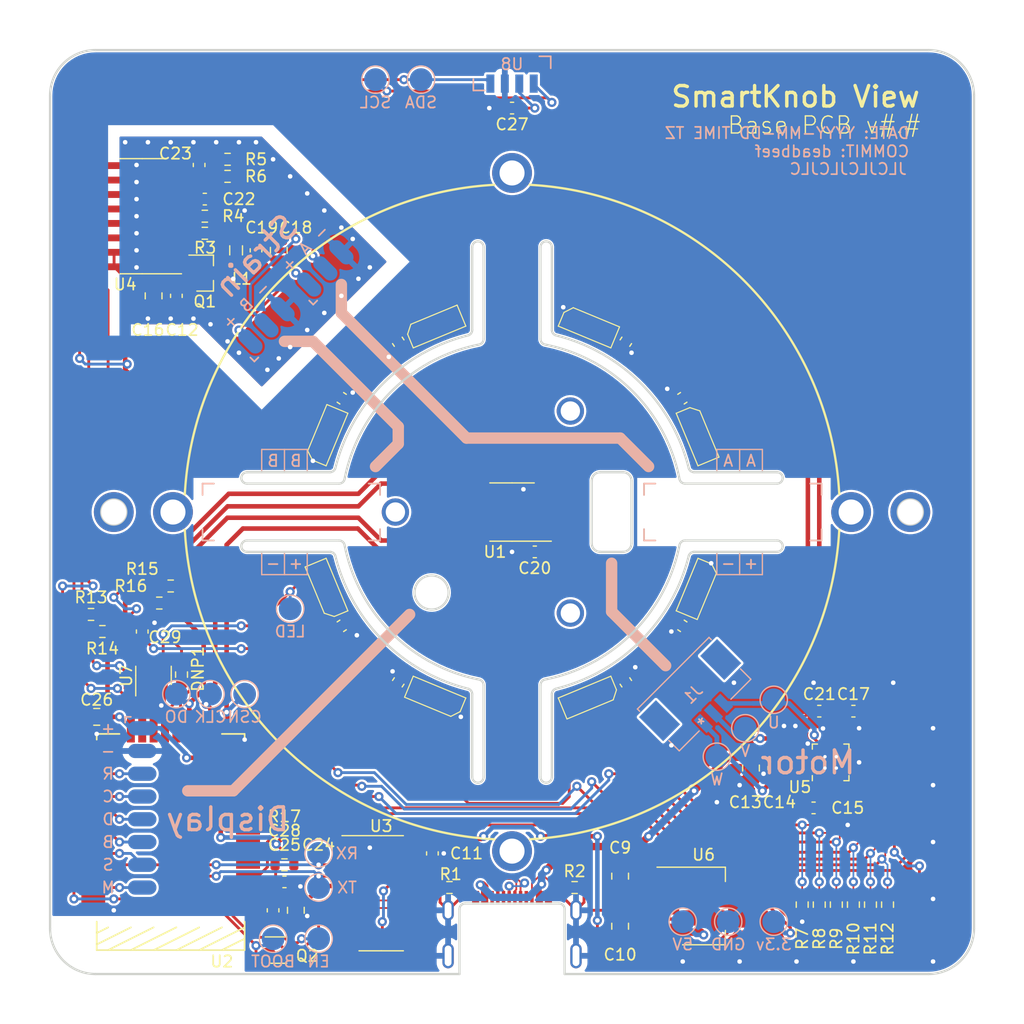
<source format=kicad_pcb>
(kicad_pcb (version 20211014) (generator pcbnew)
  (layers (0 "F.Cu" signal) (31 "B.Cu" signal) (34 "B.Paste" user) (35 "F.Paste" user) (36 "B.SilkS" user "B.Silkscreen") (37 "F.SilkS" user "F.Silkscreen") (38 "B.Mask" user) (39 "F.Mask" user) (44 "Edge.Cuts" user))
  (net 0 "")
  (net 1 "GND")
  (net 2 "+5V")
  (net 3 "Net-(D1-Pad3)")
  (net 4 "Net-(D2-Pad3)")
  (net 5 "Net-(D3-Pad3)")
  (net 6 "Net-(D4-Pad3)")
  (net 7 "Net-(D5-Pad3)")
  (net 8 "Net-(D6-Pad3)")
  (net 9 "Net-(D7-Pad3)")
  (net 10 "/USB_CC1")
  (net 11 "/USB_D-")
  (net 12 "/USB_D+")
  (net 13 "/USB_CC2")
  (net 14 "+3V3")
  (net 15 "Net-(C15-Pad2)")
  (net 16 "/STRAIN_E+")
  (net 17 "Net-(C21-Pad1)")
  (net 18 "Net-(C22-Pad2)")
  (net 19 "Net-(C23-Pad2)")
  (net 20 "Net-(C23-Pad1)")
  (net 21 "Net-(J1-Pad3)")
  (net 22 "Net-(J1-Pad2)")
  (net 23 "Net-(J1-Pad1)")
  (net 24 "Net-(L1-Pad1)")
  (net 25 "Net-(Q1-Pad1)")
  (net 26 "Net-(R3-Pad2)")
  (net 27 "/STRAIN_S-")
  (net 28 "/STRAIN_S+")
  (net 29 "/RTS")
  (net 30 "/DTR")
  (net 31 "/ESP32_EN")
  (net 32 "/ESP32_BOOT")
  (net 33 "/USB_SERIAL_RXI")
  (net 34 "/USB_SERIAL_TXO")
  (net 35 "/LED_DATA_5V")
  (net 36 "/LCD_CMD")
  (net 37 "/LCD_CS")
  (net 38 "/LCD_BACKLIGHT")
  (net 39 "/LCD_DATA")
  (net 40 "/LCD_SCK")
  (net 41 "/LCD_RST")
  (net 42 "/MAG_DO")
  (net 43 "/MAG_CLK")
  (net 44 "/MAG_CSN")
  (net 45 "/STRAIN_DO")
  (net 46 "/STRAIN_SCK")
  (net 47 "/TMC_UH")
  (net 48 "/TMC_VH")
  (net 49 "/TMC_WH")
  (net 50 "/TMC_UL")
  (net 51 "/TMC_WL")
  (net 52 "/TMC_VL")
  (net 53 "/TMC_DIAG")
  (net 54 "/LED_DATA_3V3")
  (net 55 "/SDA")
  (net 56 "/SCL")
  (footprint "Capacitor_SMD:C_0603_1608Metric" (layer "F.Cu") (at 90 114.967 56.2)
    (fp_text reference "C2" hide)
    (fp_text value "0.1uF")
  )
  (footprint "Holes:MountingHole_M1.6" (layer "F.Cu") (at 105.125427 91.1225)
    (fp_text reference "H3" hide)
    (fp_text value "MotorHole")
  )
  (footprint "Holes:MountingHole_M1.6" (layer "F.Cu") (at 105.125427 108.877499)
    (fp_text reference "H1" hide)
    (fp_text value "MotorHole")
  )
  (footprint "Holes:MountingHole_M1.6" (layer "F.Cu") (at 89.749146 100)
    (fp_text reference "H2" hide)
    (fp_text value "MotorHole")
  )
  (footprint "Holes:MountingHole_2.2mm_M2_ISO7380_Pad_NonVirtual" (layer "F.Cu") (at 100 129.8)
    (fp_text reference "H4" hide)
    (fp_text value "MountHole")
  )
  (footprint "Holes:MountingHole_2.2mm_M2_ISO7380_Pad_NonVirtual" (layer "F.Cu") (at 70.2 100)
    (fp_text reference "H5" hide)
    (fp_text value "MountHole")
  )
  (footprint "Holes:MountingHole_2.2mm_M2_ISO7380_Pad_NonVirtual" (layer "F.Cu") (at 100 70.2)
    (fp_text reference "H6" hide)
    (fp_text value "MountHole")
  )
  (footprint "sk6812:SK6812-SIDE-A" (layer "F.Cu") (at 91.735336 115.248051 -22.5)
    (fp_text reference "D2" hide)
    (fp_text value "SK6812SIDE-A")
  )
  (footprint "Holes:MountingHole_2.2mm_M2_ISO7380_Pad_NonVirtual" (layer "F.Cu") (at 129.8 100)
    (fp_text reference "H7" hide)
    (fp_text value "MountHole")
  )
  (footprint "Capacitor_SMD:C_0603_1608Metric" (layer "F.Cu") (at 85.033 110 33.7)
    (fp_text reference "C1" hide)
    (fp_text value "0.1uF")
  )
  (footprint "sk6812:SK6812-SIDE-A" (layer "F.Cu") (at 83.374 104.938 -67.5)
    (fp_text reference "D1" hide)
    (fp_text value "SK6812SIDE-A")
  )
  (footprint "GCT_USB:USB4510_NoPaste" (layer "F.Cu") (at 100 140.6)
    (fp_text reference "J2")
    (fp_text value "USB_C_Receptacle_USB2.0")
    (fp_line (start 4.62 0) (end 4.62 -5.7) (layer "Edge.Cuts") (width 0.2))
    (fp_line (start -4.62 0) (end -4.62 -5.7) (layer "Edge.Cuts") (width 0.2))
    (fp_line (start -4.12 -6.2) (end 4.12 -6.2) (layer "Edge.Cuts") (width 0.2))
    (fp_arc (start 4.12 -6.2) (mid 4.473553 -6.053553) (end 4.62 -5.7) (layer "Edge.Cuts") (width 0.2))
    (fp_arc (start -4.62 -5.7) (mid -4.473553 -6.053553) (end -4.12 -6.2) (layer "Edge.Cuts") (width 0.2))
  )
  (footprint "Resistor_SMD:R_0603_1608Metric" (layer "F.Cu") (at 94.5 133 180)
    (fp_text reference "R1")
    (fp_text value "5.1k")
  )
  (footprint "Resistor_SMD:R_0603_1608Metric" (layer "F.Cu") (at 105.5 133)
    (fp_text reference "R2")
    (fp_text value "5.1k")
  )
  (footprint "lilygo_micro32:T-Micro32" (layer "F.Cu") (at 76.5 135 180)
    (fp_text reference "U2")
    (fp_text value "T-Micro32_Plus")
  )
  (footprint "Capacitor_SMD:C_0603_1608Metric" (layer "F.Cu") (at 93 130 -90)
    (fp_text reference "C11")
    (fp_text value "0.1uF")
  )
  (footprint "Capacitor_SMD:C_0805_2012Metric" (layer "F.Cu") (at 121 122.5 -90)
    (fp_text reference "C13")
    (fp_text value "22uF")
  )
  (footprint "Capacitor_SMD:C_0603_1608Metric" (layer "F.Cu") (at 123 122.5 -90)
    (fp_text reference "C14")
    (fp_text value "0.1uF")
  )
  (footprint "Capacitor_SMD:C_0603_1608Metric" (layer "F.Cu") (at 126.5 126)
    (fp_text reference "C15")
    (fp_text value "0.1uF")
  )
  (footprint "Capacitor_SMD:C_0805_2012Metric" (layer "F.Cu") (at 68.5 81 -90)
    (fp_text reference "C16")
    (fp_text value "10uF")
  )
  (footprint "Capacitor_SMD:C_0603_1608Metric" (layer "F.Cu") (at 130 117.5)
    (fp_text reference "C17")
    (fp_text value "0.1uF")
  )
  (footprint "Capacitor_SMD:C_0805_2012Metric" (layer "F.Cu") (at 79.5 77 90)
    (fp_text reference "C18")
    (fp_text value "10uF")
  )
  (footprint "Capacitor_SMD:C_0603_1608Metric" (layer "F.Cu") (at 73 72.5 180)
    (fp_text reference "C22")
    (fp_text value "0.1uF")
  )
  (footprint "Package_TO_SOT_SMD:SOT-23" (layer "F.Cu") (at 73 79)
    (fp_text reference "Q1")
    (fp_text value "MMBT4403")
  )
  (footprint "Resistor_SMD:R_0603_1608Metric" (layer "F.Cu") (at 73 74)
    (fp_text reference "R4")
    (fp_text value "8.2k")
  )
  (footprint "Resistor_SMD:R_0603_1608Metric" (layer "F.Cu") (at 75 70.5)
    (fp_text reference "R5")
    (fp_text value "100")
  )
  (footprint "Capacitor_SMD:C_0805_2012Metric" (layer "F.Cu") (at 63.5 118 180)
    (fp_text reference "C26")
    (fp_text value "10uF")
  )
  (footprint "Package_TO_SOT_SMD:SOT-363_SC-70-6" (layer "F.Cu") (at 79.5 138.5)
    (fp_text reference "Q2")
    (fp_text value "UMH3N")
  )
  (footprint "view_custom:ViewKeepouts3d" (layer "F.Cu") (at 100 100)
    (fp_text reference "Z5" hide)
    (fp_text value "dummy_keepouts")
  )
  (footprint "Package_SO:SOIC-16_3.9x9.9mm_P1.27mm" (layer "F.Cu") (at 88.5 133.5)
    (fp_text reference "U3")
    (fp_text value "CH340C")
  )
  (footprint "Capacitor_SMD:C_0603_1608Metric" (layer "F.Cu") (at 70.5 81 -90)
    (fp_text reference "C12")
    (fp_text value "0.1uF")
  )
  (footprint "Capacitor_SMD:C_0603_1608Metric" (layer "F.Cu") (at 90 85.033 -56.3)
    (fp_text reference "C7" hide)
    (fp_text value "0.1uF")
  )
  (footprint "sk6812:SK6812-SIDE-A" (layer "F.Cu") (at 95.062 83.374 -157.5)
    (fp_text reference "D7" hide)
    (fp_text value "SK6812SIDE-A")
  )
  (footprint "sk6812:SK6812-SIDE-A" (layer "F.Cu") (at 84.751949 91.735336 -112.5)
    (fp_text reference "D8" hide)
    (fp_text value "SK6812SIDE-A")
  )
  (footprint "Capacitor_SMD:C_0603_1608Metric" (layer "F.Cu") (at 85.033 90 -33.8)
    (fp_text reference "C8" hide)
    (fp_text value "0.1uF")
  )
  (footprint "Inductor_SMD:L_0805_2012Metric" (layer "F.Cu") (at 75.75 77 -90)
    (fp_text reference "L1")
    (fp_text value "3.3uH")
  )
  (footprint "Modified:QFN-20-1EP_3x3mm_P0.4mm_EP1.65x1.65mm_ThermalVias_LargerViaHoles" (layer "F.Cu") (at 128 122 90)
    (fp_text reference "U5")
    (fp_text value "TMC6300")
  )
  (footprint "Capacitor_SMD:C_0603_1608Metric" (layer "F.Cu") (at 100 64.5 180)
    (fp_text reference "C27")
    (fp_text value "0.1uF")
  )
  (footprint "Capacitor_SMD:C_0603_1608Metric" (layer "F.Cu") (at 127 117.5 180)
    (fp_text reference "C21")
    (fp_text value "0.1uF")
  )
  (footprint "Resistor_SMD:R_0603_1608Metric" (layer "F.Cu") (at 70 106.5 180)
    (fp_text reference "R16")
    (fp_text value "2.2k")
  )
  (footprint "Package_SO:SOIC-8_3.9x4.9mm_P1.27mm" (layer "F.Cu") (at 100 100 180)
    (fp_text reference "U1")
    (fp_text value "MT6701-CT")
  )
  (footprint "Capacitor_SMD:C_0603_1608Metric" (layer "F.Cu") (at 102 103.5 180)
    (fp_text reference "C20")
    (fp_text value "0.1uF")
  )
  (footprint "Capacitor_SMD:C_0603_1608Metric" (layer "F.Cu") (at 67.5 110.5 90)
    (fp_text reference "C29")
    (fp_text value "0.1uF")
  )
  (footprint "Resistor_SMD:R_0603_1608Metric" (layer "F.Cu") (at 69 108)
    (fp_text reference "R15")
    (fp_text value "2.2k")
  )
  (footprint "Resistor_SMD:R_0603_1608Metric" (layer "F.Cu") (at 64 110.5 180)
    (fp_text reference "R14")
    (fp_text value "2.2k")
  )
  (footprint "Resistor_SMD:R_0603_1608Metric" (layer "F.Cu") (at 63 109 180)
    (fp_text reference "R13")
    (fp_text value "2.2k")
  )
  (footprint "Package_SO:SOIC-16_3.9x9.9mm_P1.27mm" (layer "F.Cu") (at 67.5 74 180)
    (fp_text reference "U4")
    (fp_text value "HX711")
  )
  (footprint "Resistor_SMD:R_0603_1608Metric" (layer "F.Cu") (at 75 69 180)
    (fp_text reference "R6")
    (fp_text value "100")
  )
  (footprint "Capacitor_SMD:C_0603_1608Metric" (layer "F.Cu") (at 77.5 77 90)
    (fp_text reference "C19")
    (fp_text value "0.1uF")
  )
  (footprint "Resistor_SMD:R_0603_1608Metric" (layer "F.Cu") (at 73 75.5 180)
    (fp_text reference "R3")
    (fp_text value "10k")
  )
  (footprint "Capacitor_SMD:C_0603_1608Metric" (layer "F.Cu") (at 72.5 69.5 -90)
    (fp_text reference "C23")
    (fp_text value "0.1uF")
  )
  (footprint "Resistor_SMD:R_0603_1608Metric" (layer "F.Cu") (at 125.5 134.5 -90)
    (fp_text reference "R7")
    (fp_text value "10k")
  )
  (footprint "Resistor_SMD:R_0603_1608Metric" (layer "F.Cu") (at 127 134.5 -90)
    (fp_text reference "R8")
    (fp_text value "10k")
  )
  (footprint "Resistor_SMD:R_0603_1608Metric" (layer "F.Cu") (at 133 134.5 -90)
    (fp_text reference "R12")
    (fp_text value "10k")
  )
  (footprint "Resistor_SMD:R_0603_1608Metric" (layer "F.Cu") (at 128.5 134.5 -90)
    (fp_text reference "R9")
    (fp_text value "10k")
  )
  (footprint "Resistor_SMD:R_0603_1608Metric" (layer "F.Cu") (at 130 134.5 -90)
    (fp_text reference "R10")
    (fp_text value "10k")
  )
  (footprint "Resistor_SMD:R_0603_1608Metric" (layer "F.Cu") (at 131.5 134.5 -90)
    (fp_text reference "R11")
    (fp_text value "10k")
  )
  (footprint "Resistor_SMD:R_0603_1608Metric" (layer "F.Cu") (at 80 131 180)
    (fp_text reference "R17")
    (fp_text value "10k")
  )
  (footprint "Capacitor_SMD:C_0603_1608Metric" (layer "F.Cu") (at 80 132.5)
    (fp_text reference "C28")
    (fp_text value "1uF")
  )
  (footprint "Capacitor_SMD:C_0603_1608Metric" (layer "F.Cu") (at 79 135 -90)
    (fp_text reference "C25")
    (fp_text value "0.1uF")
  )
  (footprint "Capacitor_SMD:C_0805_2012Metric" (layer "F.Cu") (at 109.5 136.4 90)
    (fp_text reference "C10")
    (fp_text value "10uF")
  )
  (footprint "Capacitor_SMD:C_0805_2012Metric" (layer "F.Cu") (at 109.5 132 -90)
    (fp_text reference "C9")
    (fp_text value "10uF")
  )
  (footprint "BOM_Only:bom_only_no_pin" (layer "F.Cu") (at 120.4 71.8)
    (fp_text reference "Z6")
    (fp_text value "RotorScrew (BOM-only)")
  )
  (footprint "BOM_Only:bom_only_no_pin" (layer "F.Cu") (at 121.9 71.8)
    (fp_text reference "Z7")
    (fp_text value "RotorScrew (BOM-only)")
  )
  (footprint "BOM_Only:bom_only_no_pin" (layer "F.Cu") (at 123.4 71.8)
    (fp_text reference "Z8")
    (fp_text value "RotorScrew (BOM-only)")
  )
  (footprint "BOM_Only:bom_only_no_pin" (layer "F.Cu") (at 120.4 71.8)
    (fp_text reference "Z9")
    (fp_text value "WatchGlass39.5mm")
  )
  (footprint "BOM_Only:bom_only_no_pin" (layer "F.Cu") (at 121.9 71.8)
    (fp_text reference "Z10")
    (fp_text value "BLDCMotor")
  )
  (footprint "Holes:MountingHole_2.2mm_M2_ISO7380_Pad_NonVirtual" (layer "F.Cu") (at 135 100)
    (fp_text reference "H8" hide)
    (fp_text value "AlignmentHole")
  )
  (footprint "Holes:MountingHole_2.2mm_M2_ISO7380_Pad_NonVirtual" (layer "F.Cu") (at 65 100)
    (fp_text reference "H9" hide)
    (fp_text value "AlignmentHole")
  )
  (footprint "Capacitor_SMD:C_0805_2012Metric" (layer "F.Cu") (at 81 135 -90)
    (fp_text reference "C24")
    (fp_text value "10uF")
  )
  (footprint "Capacitor_SMD:C_0603_1608Metric" (layer "F.Cu") (at 110 85.033 -123.8)
    (fp_text reference "C6" hide)
    (fp_text value "0.1uF")
  )
  (footprint "Package_TO_SOT_SMD:SOT-23-5" (layer "F.Cu") (at 68.489956 114.352951 90)
    (fp_text reference "U7")
    (fp_text value "SN74LV1T32DBV")
  )
  (footprint "Resistor_SMD:R_0603_1608Metric" (layer "F.Cu") (at 70.953331 114.28448 90)
    (fp_text reference "DNP1")
    (fp_text value "0R")
  )
  (footprint "Capacitor_SMD:C_0603_1608Metric" (layer "F.Cu") (at 114.967 110 146.2)
    (fp_text reference "C4" hide)
    (fp_text value "0.1uF")
  )
  (footprint "sk6812:SK6812-SIDE-A" (layer "F.Cu") (at 116.626 95.062 112.5)
    (fp_text reference "D5" hide)
    (fp_text value "SK6812SIDE-A")
  )
  (footprint "Package_TO_SOT_SMD:SOT-223-3_TabPin2" (layer "F.Cu") (at 116.84 134.62)
    (fp_text reference "U6")
    (fp_text value "NCP1117-3.3_SOT223")
  )
  (footprint "sk6812:SK6812-SIDE-A" (layer "F.Cu") (at 108.264664 84.751949 157.5)
    (fp_text reference "D6" hide)
    (fp_text value "SK6812SIDE-A")
  )
  (footprint "sk6812:SK6812-SIDE-A" (layer "F.Cu") (at 115.248051 108.264664 67.5)
    (fp_text reference "D4" hide)
    (fp_text value "SK6812SIDE-A")
  )
  (footprint "Capacitor_SMD:C_0603_1608Metric" (layer "F.Cu") (at 110 114.967 123.7)
    (fp_text reference "C3" hide)
    (fp_text value "0.1uF")
  )
  (footprint "Capacitor_SMD:C_0603_1608Metric" (layer "F.Cu") (at 114.967 90 -146.3)
    (fp_text reference "C5" hide)
    (fp_text value "0.1uF")
  )
  (footprint "sk6812:SK6812-SIDE-A" (layer "F.Cu") (at 104.938 116.626 22.5)
    (fp_text reference "D3" hide)
    (fp_text value "SK6812SIDE-A")
  )
  (footprint "strain:BF350-3AA" (layer "B.Cu") (at 76.8 100 -90)
    (fp_text reference "Z4")
    (fp_text value "BF350-3AA Strain Gauge")
  )
  (footprint "strain:BF350-3AA" (layer "B.Cu") (at 115.6 100 -90)
    (fp_text reference "Z1")
    (fp_text value "BF350-3AA Strain Gauge")
  )
  (footprint "strain:BF350-3AA" (layer "B.Cu") (at 84.4 100 90)
    (fp_text reference "Z3")
    (fp_text value "BF350-3AA Strain Gauge")
  )
  (footprint "SolderPads:SolderPads_2mm_8" (layer "B.Cu") (at 67.5 119 -90)
    (fp_text reference "J3" hide)
    (fp_text value "LCD")
  )
  (footprint "SolderPads:SolderPads_2mm_3_STRAIN" (layer "B.Cu") (at 82.171573 80 45)
    (fp_text reference "J4" hide)
    (fp_text value "A")
  )
  (footprint "strain:BF350-3AA" (layer "B.Cu") (at 123.2 100 90)
    (fp_text reference "Z2")
    (fp_text value "BF350-3AA Strain Gauge")
  )
  (footprint "VEML7700:VEML7700-TOP" (layer "B.Cu") (at 100 61 180)
    (fp_text reference "U8")
    (fp_text value "VEML7700")
  )
  (footprint "SolderPads:SolderPads_2mm_3_STRAIN" (layer "B.Cu") (at 77 85 45)
    (fp_text reference "J5" hide)
    (fp_text value "B")
  )
  (footprint "Molex:532610371" (layer "B.Cu") (at 116.816 118.584 45)
    (fp_text reference "J1")
    (fp_text value "BLDC" hide)
  )
  (footprint "Modified:TestPoint_Pad_D2.0mm_ValueSilk" (layer "B.Cu") (at 115 136)
    (fp_text reference "TP1" hide)
    (fp_text value "5V" hide)
  )
  (footprint "Modified:TestPoint_Pad_D2.0mm_ValueSilk" (layer "B.Cu") (at 123 136)
    (fp_text reference "TP2" hide)
    (fp_text value "3.3v" hide)
  )
  (footprint "Modified:TestPoint_Pad_D2.0mm_ValueSilk" (layer "B.Cu") (at 119 136)
    (fp_text reference "TP3" hide)
    (fp_text value "GND" hide)
  )
  (footprint "Modified:TestPoint_Pad_D2.0mm_ValueSilk" (layer "B.Cu") (at 92 62)
    (fp_text reference "TP4" hide)
    (fp_text value "SDA" hide)
  )
  (footprint "Modified:TestPoint_Pad_D2.0mm_ValueSilk" (layer "B.Cu") (at 88 62)
    (fp_text reference "TP5" hide)
    (fp_text value "SCL" hide)
  )
  (footprint "Modified:TestPoint_Pad_D2.0mm_ValueSilk" (layer "B.Cu") (at 123 116.5)
    (fp_text reference "TP6" hide)
    (fp_text value "U" hide)
  )
  (footprint "Modified:TestPoint_Pad_D2.0mm_ValueSilk" (layer "B.Cu") (at 120.5 119)
    (fp_text reference "TP7" hide)
    (fp_text value "V" hide)
  )
  (footprint "Modified:TestPoint_Pad_D2.0mm_ValueSilk" (layer "B.Cu") (at 118 121.5)
    (fp_text reference "TP8" hide)
    (fp_text value "W" hide)
  )
  (footprint "Modified:TestPoint_Pad_D2.0mm_ValueSilk" (layer "B.Cu") (at 76.5 116)
    (fp_text reference "TP9" hide)
    (fp_text value "CSN" hide)
  )
  (footprint "Modified:TestPoint_Pad_D2.0mm_ValueSilk" (layer "B.Cu") (at 70.5 116)
    (fp_text reference "TP11" hide)
    (fp_text value "DO" hide)
  )
  (footprint "Modified:TestPoint_Pad_D2.0mm_ValueSilk" (layer "B.Cu") (at 80.5 108.5)
    (fp_text reference "TP12" hide)
    (fp_text value "LED" hide)
  )
  (footprint "Modified:TestPoint_Pad_D2.0mm_ValueSilk" (layer "B.Cu") (at 73.5 116)
    (fp_text reference "TP10" hide)
    (fp_text value "CLK" hide)
  )
  (footprint "Modified:TestPoint_Pad_D2.0mm_ValueSilk" (layer "B.Cu") (at 83 137.5)
    (fp_text reference "TP13" hide)
    (fp_text value "EN" hide)
  )
  (footprint "Modified:TestPoint_Pad_D2.0mm_ValueSilk" (layer "B.Cu") (at 79 137.5)
    (fp_text reference "TP14" hide)
    (fp_text value "BOOT" hide)
  )
  (footprint "Modified:TestPoint_Pad_D2.0mm_ValueSilk" (layer "B.Cu") (at 83 133 180)
    (fp_text reference "TP15" hide)
    (fp_text value "TX" hide)
  )
  (footprint "Modified:TestPoint_Pad_D2.0mm_ValueSilk" (layer "B.Cu") (at 83 130 180)
    (fp_text reference "TP16" hide)
    (fp_text value "RX" hide)
  )
  (gr_line (start 78 96.5) (end 78 94.5) (layer "B.SilkS") (width 0.12))
  (gr_line (start 78 103.5) (end 78 105.5) (layer "B.SilkS") (width 0.12))
  (gr_line (start 80 96.5) (end 80 94.5) (layer "B.SilkS") (width 0.12))
  (gr_line (start 82 105.5) (end 82 103.5) (layer "B.SilkS") (width 0.12))
  (gr_line (start 78 105.5) (end 82 105.5) (layer "B.SilkS") (width 0.12))
  (gr_line (start 78 94.5) (end 82 94.5) (layer "B.SilkS") (width 0.12))
  (gr_line (start 82 94.5) (end 82 96.5) (layer "B.SilkS") (width 0.12))
  (gr_line (start 80 105.5) (end 80 103.5) (layer "B.SilkS") (width 0.12))
  (gr_line (start 90 94) (end 90 92.5) (layer "B.SilkS") (width 1))
  (gr_line (start 96 93.5) (end 85 82.5) (layer "B.SilkS") (width 1))
  (gr_line (start 75.5 124.5) (end 71.5 124.5) (layer "B.SilkS") (width 1))
  (gr_line (start 118 105.5) (end 122 105.5) (layer "B.SilkS") (width 0.12))
  (gr_line (start 85 82.5) (end 85 80) (layer "B.SilkS") (width 1))
  (gr_line (start 120 96.5) (end 120 94.5) (layer "B.SilkS") (width 0.12))
  (gr_line (start 108.75 104.5) (end 108.75 108.75) (layer "B.SilkS") (width 1))
  (gr_line (start 112 96) (end 109.5 93.5) (layer "B.SilkS") (width 1))
  (gr_line (start 118 94.5) (end 122 94.5) (layer "B.SilkS") (width 0.12))
  (gr_line (start 122 105.5) (end 122 103.5) (layer "B.SilkS") (width 0.12))
  (gr_line (start 118 96.5) (end 118 94.5) (layer "B.SilkS") (width 0.12))
  (gr_line (start 91 109) (end 75.5 124.5) (layer "B.SilkS") (width 1))
  (gr_line (start 108.75 108.75) (end 113.5 113.5) (layer "B.SilkS") (width 1))
  (gr_line (start 82.5 85) (end 80 85) (layer "B.SilkS") (width 1))
  (gr_line (start 120 105.5) (end 120 103.5) (layer "B.SilkS") (width 0.12))
  (gr_line (start 90 92.5) (end 82.5 85) (layer "B.SilkS") (width 1))
  (gr_line (start 109.5 93.5) (end 96 93.5) (layer "B.SilkS") (width 1))
  (gr_line (start 88 96) (end 90 94) (layer "B.SilkS") (width 1))
  (gr_line (start 122 94.5) (end 122 96.5) (layer "B.SilkS") (width 0.12))
  (gr_line (start 118 103.5) (end 118 105.5) (layer "B.SilkS") (width 0.12))
  (gr_arc (start 101.547847 71.241625) (mid 120.35786 79.628512) (end 128.757333 98.432908) (layer "F.SilkS") (width 0.2))
  (gr_arc (start 128.758375 101.547847) (mid 120.371488 120.35786) (end 101.567092 128.757333) (layer "F.SilkS") (width 0.2))
  (gr_arc (start 71.241625 98.452153) (mid 79.628512 79.64214) (end 98.432908 71.242667) (layer "F.SilkS") (width 0.2))
  (gr_arc (start 98.452153 128.758375) (mid 79.64214 120.371488) (end 71.242667 101.567092) (layer "F.SilkS") (width 0.2))
  (gr_line (start 84.793094 102.499999) (end 76.709801 102.499999) (layer "Edge.Cuts") (width 0.2))
  (gr_line (start 96.5 116.00781) (end 96.5 123.290199) (layer "Edge.Cuts") (width 0.2))
  (gr_line (start 97.5 123.290199) (end 97.500001 115.206906) (layer "Edge.Cuts") (width 0.2))
  (gr_arc (start 103.499999 116.00781) (mid 103.605914 115.700081) (end 103.878787 115.522725) (layer "Edge.Cuts") (width 0.2))
  (gr_arc (start 97.5 123.290199) (mid 97 123.790199) (end 96.5 123.290199) (layer "Edge.Cuts") (width 0.2))
  (gr_arc (start 114.71636 102.903226) (mid 110.606601 110.606601) (end 102.903225 114.71636) (layer "Edge.Cuts") (width 0.2))
  (gr_arc (start 114.716361 102.903226) (mid 114.889406 102.613745) (end 115.206906 102.5) (layer "Edge.Cuts") (width 0.2))
  (gr_arc (start 115.522725 103.878788) (mid 111.313708 111.313709) (end 103.878787 115.522725) (layer "Edge.Cuts") (width 0.2))
  (gr_arc (start 110.499999 102.75) (mid 110.280329 103.28033) (end 109.749999 103.5) (layer "Edge.Cuts") (width 0.2))
  (gr_arc (start 115.522726 103.878787) (mid 115.700082 103.605915) (end 116.00781 103.5) (layer "Edge.Cuts") (width 0.2))
  (gr_line (start 110.499999 102.75) (end 110.499999 97.250001) (layer "Edge.Cuts") (width 0.2))
  (gr_arc (start 123.290199 96.500001) (mid 123.790199 97.000001) (end 123.290199 97.500001) (layer "Edge.Cuts") (width 0.2))
  (gr_arc (start 103.499999 123.290199) (mid 102.999999 123.790199) (end 102.499999 123.290199) (layer "Edge.Cuts") (width 0.2))
  (gr_line (start 103.499999 123.290199) (end 103.499999 116.00781) (layer "Edge.Cuts") (width 0.2))
  (gr_arc (start 109.749999 96.500001) (mid 110.280329 96.719671) (end 110.499999 97.250001) (layer "Edge.Cuts") (width 0.2))
  (gr_line (start 109.749999 96.500001) (end 107.749999 96.500001) (layer "Edge.Cuts") (width 0.2))
  (gr_arc (start 106.999999 97.250001) (mid 107.219669 96.719671) (end 107.749999 96.500001) (layer "Edge.Cuts") (width 0.2))
  (gr_line (start 106.999999 97.250001) (end 106.999999 102.75) (layer "Edge.Cuts") (width 0.2))
  (gr_circle (center 92.928933 107.071067) (end 94.428933 107.071067) (layer "Edge.Cuts") (width 0.2) (fill none))
  (gr_line (start 116.00781 103.5) (end 123.290199 103.5) (layer "Edge.Cuts") (width 0.2))
  (gr_arc (start 107.749999 103.5) (mid 107.219669 103.28033) (end 106.999999 102.75) (layer "Edge.Cuts") (width 0.2))
  (gr_arc (start 102.903226 85.28364) (mid 110.606601 89.393399) (end 114.71636 97.096775) (layer "Edge.Cuts") (width 0.2))
  (gr_line (start 115.206906 97.500001) (end 123.290199 97.500001) (layer "Edge.Cuts") (width 0.2))
  (gr_arc (start 96.121212 115.522725) (mid 88.686291 111.313708) (end 84.477275 103.878787) (layer "Edge.Cuts") (width 0.2))
  (gr_arc (start 115.206906 97.500002) (mid 114.889405 97.386257) (end 114.71636 97.096775) (layer "Edge.Cuts") (width 0.2))
  (gr_arc (start 102.499998 115.206906) (mid 102.613743 114.889405) (end 102.903225 114.71636) (layer "Edge.Cuts") (width 0.2))
  (gr_arc (start 140.6 136.599999) (mid 139.428427 139.428426) (end 136.6 140.599999) (layer "Edge.Cuts") (width 0.2))
  (gr_line (start 123.290199 102.5) (end 115.206906 102.5) (layer "Edge.Cuts") (width 0.2))
  (gr_arc (start 76.709801 103.499999) (mid 76.209801 102.999999) (end 76.709801 102.499999) (layer "Edge.Cuts") (width 0.2))
  (gr_arc (start 97.096774 114.71636) (mid 89.393399 110.606601) (end 85.28364 102.903225) (layer "Edge.Cuts") (width 0.2))
  (gr_arc (start 83.99219 103.499999) (mid 84.299919 103.605914) (end 84.477275 103.878787) (layer "Edge.Cuts") (width 0.2))
  (gr_arc (start 97.096774 114.71636) (mid 97.386256 114.889405) (end 97.500001 115.206906) (layer "Edge.Cuts") (width 0.2))
  (gr_line (start 76.709801 103.499999) (end 83.99219 103.499999) (layer "Edge.Cuts") (width 0.2))
  (gr_line (start 102.499999 115.206906) (end 102.499999 123.290199) (layer "Edge.Cuts") (width 0.2))
  (gr_arc (start 84.793094 102.499998) (mid 85.110595 102.613743) (end 85.28364 102.903225) (layer "Edge.Cuts") (width 0.2))
  (gr_line (start 107.749999 103.5) (end 109.749999 103.5) (layer "Edge.Cuts") (width 0.2))
  (gr_arc (start 102.903226 85.283639) (mid 102.613745 85.110594) (end 102.5 84.793094) (layer "Edge.Cuts") (width 0.2))
  (gr_line (start 123.290199 96.500001) (end 116.00781 96.500001) (layer "Edge.Cuts") (width 0.2))
  (gr_arc (start 123.290199 102.5) (mid 123.790199 103) (end 123.290199 103.5) (layer "Edge.Cuts") (width 0.2))
  (gr_arc (start 96.121213 115.522726) (mid 96.394085 115.700082) (end 96.5 116.00781) (layer "Edge.Cuts") (width 0.2))
  (gr_arc (start 59.400001 63.4) (mid 60.571574 60.571573) (end 63.400001 59.4) (layer "Edge.Cuts") (width 0.2))
  (gr_arc (start 136.6 59.4) (mid 139.428427 60.571573) (end 140.6 63.4) (layer "Edge.Cuts") (width 0.2))
  (gr_line (start 59.400001 136.599999) (end 59.400001 63.4) (layer "Edge.Cuts") (width 0.2))
  (gr_line (start 136.6 140.599999) (end 104.619999 140.6) (layer "Edge.Cuts") (width 0.2))
  (gr_circle (center 65 100) (end 66.1 100) (layer "Edge.Cuts") (width 0.2) (fill none))
  (gr_circle (center 135 100) (end 136.1 100) (layer "Edge.Cuts") (width 0.2) (fill none))
  (gr_line (start 95.38 140.6) (end 63.400001 140.599999) (layer "Edge.Cuts") (width 0.2))
  (gr_arc (start 63.400001 140.599999) (mid 60.571574 139.428426) (end 59.400001 136.599999) (layer "Edge.Cuts") (width 0.2))
  (gr_line (start 140.6 63.4) (end 140.6 136.599999) (layer "Edge.Cuts") (width 0.2))
  (gr_line (start 63.400001 59.4) (end 136.6 59.4) (layer "Edge.Cuts") (width 0.2))
  (gr_arc (start 97.500002 84.793094) (mid 97.386257 85.110595) (end 97.096775 85.28364) (layer "Edge.Cuts") (width 0.2))
  (gr_arc (start 103.878788 84.477275) (mid 111.313709 88.686292) (end 115.522725 96.121213) (layer "Edge.Cuts") (width 0.2))
  (gr_arc (start 103.878787 84.477274) (mid 103.605915 84.299918) (end 103.5 83.99219) (layer "Edge.Cuts") (width 0.2))
  (gr_arc (start 102.5 76.709801) (mid 103 76.209801) (end 103.5 76.709801) (layer "Edge.Cuts") (width 0.2))
  (gr_line (start 83.99219 96.5) (end 76.709801 96.5) (layer "Edge.Cuts") (width 0.2))
  (gr_line (start 102.5 76.709801) (end 102.5 84.793094) (layer "Edge.Cuts") (width 0.2))
  (gr_arc (start 116.00781 96.500001) (mid 115.700081 96.394086) (end 115.522725 96.121213) (layer "Edge.Cuts") (width 0.2))
  (gr_arc (start 85.28364 97.096774) (mid 89.393399 89.393399) (end 97.096775 85.28364) (layer "Edge.Cuts") (width 0.2))
  (gr_line (start 96.500001 76.709801) (end 96.500001 83.99219) (layer "Edge.Cuts") (width 0.2))
  (gr_line (start 103.5 83.99219) (end 103.5 76.709801) (layer "Edge.Cuts") (width 0.2))
  (gr_line (start 76.709801 97.5) (end 84.793094 97.5) (layer "Edge.Cuts") (width 0.2))
  (gr_arc (start 96.500001 83.99219) (mid 96.394086 84.299919) (end 96.121213 84.477275) (layer "Edge.Cuts") (width 0.2))
  (gr_arc (start 84.477275 96.121212) (mid 88.686292 88.686291) (end 96.121213 84.477275) (layer "Edge.Cuts") (width 0.2))
  (gr_arc (start 76.709801 97.5) (mid 76.209801 97) (end 76.709801 96.5) (layer "Edge.Cuts") (width 0.2))
  (gr_arc (start 85.283638 97.096775) (mid 85.110593 97.386256) (end 84.793094 97.5) (layer "Edge.Cuts") (width 0.2))
  (gr_line (start 97.500001 84.793094) (end 97.500001 76.709801) (layer "Edge.Cuts") (width 0.2))
  (gr_arc (start 96.500001 76.709801) (mid 97.000001 76.209801) (end 97.500001 76.709801) (layer "Edge.Cuts") (width 0.2))
  (gr_arc (start 84.477274 96.121213) (mid 84.299918 96.394085) (end 83.99219 96.5) (layer "Edge.Cuts") (width 0.2))
  (gr_text "B" (at 79 95.5) (layer "B.SilkS") (effects (font (size 1 1)) (justify mirror)))
  (gr_text "B" (at 81 95.5) (layer "B.SilkS") (effects (font (size 1 1)) (justify mirror)))
  (gr_text "-" (at 79 104.5) (layer "B.SilkS") (effects (font (size 1 1)) (justify mirror)))
  (gr_text "+" (at 81 104.5) (layer "B.SilkS") (effects (font (size 1 1)) (justify mirror)))
  (gr_text "Motor" (at 126 122) (layer "B.SilkS") (effects (font (size 2 2) (thickness 0.3)) (justify mirror)))
  (gr_text "Display" (at 75 127) (layer "B.SilkS") (effects (font (size 2 2) (thickness 0.3)) (justify mirror)))
  (gr_text "A" (at 121 95.5) (layer "B.SilkS") (effects (font (size 1 1)) (justify mirror)))
  (gr_text "DATE: YYYY-MM-DD TIME TZ\nCOMMIT: deadbeef\n" (at 135 67.5) (layer "B.SilkS") (effects (font (size 1 1)) (justify left mirror)))
  (gr_text "M" (at 64.5 133) (layer "B.SilkS") (effects (font (size 1 1)) (justify mirror)))
  (gr_text "D" (at 64.5 127) (layer "B.SilkS") (effects (font (size 1 1)) (justify mirror)))
  (gr_text "-" (at 119 104.5) (layer "B.SilkS") (effects (font (size 1 1)) (justify mirror)))
  (gr_text "B" (at 64.5 129) (layer "B.SilkS") (effects (font (size 1 1)) (justify mirror)))
  (gr_text "+" (at 121 104.5) (layer "B.SilkS") (effects (font (size 1 1)) (justify mirror)))
  (gr_text "A" (at 119 95.5) (layer "B.SilkS") (effects (font (size 1 1)) (justify mirror)))
  (gr_text "C" (at 64.5 125) (layer "B.SilkS") (effects (font (size 1 1)) (justify mirror)))
  (gr_text "S" (at 64.5 131) (layer "B.SilkS") (effects (font (size 1 1)) (justify mirror)))
  (gr_text "+" (at 64.5 119) (layer "B.SilkS") (effects (font (size 1 1)) (justify mirror)))
  (gr_text "Strain" (at 77.5 77.5 45) (layer "B.SilkS") (effects (font (size 2 2) (thickness 0.3)) (justify mirror)))
  (gr_text "-" (at 64.5 121) (layer "B.SilkS") (effects (font (size 1 1)) (justify mirror)))
  (gr_text "JLCJLCJLCJLC" (at 129.54 69.85) (layer "B.SilkS") (effects (font (size 1 1)) (justify mirror)))
  (gr_text "R" (at 64.5 123) (layer "B.SilkS") (effects (font (size 1 1)) (justify mirror)))
  (gr_text "Base PCB v#.#" (at 136 66) (layer "F.SilkS") (effects (font (size 1.5 1.5) (thickness 0.12)) (justify right)))
  (gr_text "SmartKnob View" (at 136 63.5) (layer "F.SilkS") (effects (font (size 1.8 1.8) (thickness 0.3)) (justify right)))
  (segment (start 104.938698 82.438698) (end 104.5 82) (width 0.25) (layer "F.Cu") (net 1))
  (segment (start 114.322987 109.568871) (end 114.322987 110.177013) (width 0.25) (layer "F.Cu") (net 1))
  (segment (start 104.938698 83.374289) (end 104.938698 82.438698) (width 0.25) (layer "F.Cu") (net 1))
  (segment (start 114.322987 110.177013) (end 114 110.5) (width 0.25) (layer "F.Cu") (net 1))
  (segment (start 108.263966 115.24834) (end 108.643892 115.24834) (width 0.25) (layer "F.Cu") (net 1))
  (segment (start 108.643892 115.24834) (end 109.569996 114.322236) (width 0.25) (layer "F.Cu") (net 1))
  (segment (start 110.145089 114.322236) (end 110.828626 113.638699) (width 0.25) (layer "F.Cu") (net 1))
  (segment (start 109.569996 114.322236) (end 110.145089 114.322236) (width 0.25) (layer "F.Cu") (net 1))
  (segment (start 101.095 98.095) (end 101 98) (width 0.25) (layer "F.Cu") (net 1))
  (segment (start 101.225 103.5) (end 100 103.5) (width 0.25) (layer "F.Cu") (net 1))
  (segment (start 102.475 98.095) (end 101.095 98.095) (width 0.25) (layer "F.Cu") (net 1))
  (segment (start 126.225 117.5) (end 126.2 117.5) (width 0.25) (layer "F.Cu") (net 1))
  (segment (start 69.45 116.72501) (end 69.17501 117) (width 0.25) (layer "F.Cu") (net 1))
  (segment (start 90.430004 85.677764) (end 89.854911 85.677764) (width 0.25) (layer "F.Cu") (net 1))
  (segment (start 85.677764 109.569996) (end 85.677764 110.145089) (width 0.25) (layer "F.Cu") (net 1))
  (segment (start 116.625711 104.938698) (end 117.061302 104.938698) (width 0.25) (layer "F.Cu") (net 1))
  (segment (start 66.595 75.905) (end 67 75.5) (width 0.25) (layer "F.Cu") (net 1))
  (segment (start 86.025 129.055) (end 87.055 129.055) (width 0.25) (layer "F.Cu") (net 1))
  (segment (start 124 122.775) (end 125.9343 122.775) (width 0.4) (layer "F.Cu") (net 1))
  (segment (start 109.5 132.95) (end 109.5 135.45) (width 0.25) (layer "F.Cu") (net 1))
  (segment (start 106.325 133) (end 106.325 134.295) (width 0.25) (layer "F.Cu") (net 1))
  (segment (start 68.58 109.728) (end 68.577 109.725) (width 0.25) (layer "F.Cu") (net 1))
  (segment (start 80.825 135.775) (end 81 135.95) (width 0.25) (layer "F.Cu") (net 1))
  (segment (start 63.5 135) (end 65 135) (width 0.25) (layer "F.Cu") (net 1))
  (segment (start 114.322236 89.854911) (end 113.638699 89.171374) (width 0.25) (layer "F.Cu") (net 1))
  (segment (start 68.58 109.728) (end 67.503 109.728) (width 0.25) (layer "F.Cu") (net 1))
  (segment (start 95.061302 116.625711) (end 95.061302 117.561302) (width 0.25) (layer "F.Cu") (net 1))
  (segment (start 126.2 117.5) (end 124.9 118.8) (width 0.25) (layer "F.Cu") (net 1))
  (segment (start 81.55 135.95) (end 82 135.5) (width 0.25) (layer "F.Cu") (net 1))
  (segment (start 95.53 133.85) (end 94.38 135) (width 0.25) (layer "F.Cu") (net 1))
  (segment (start 127.6 119.294819) (end 127.32499 119.019809) (width 0.15) (layer "F.Cu") (net 1))
  (segment (start 109.5 135.45) (end 109.05 135) (width 0.25) (layer "F.Cu") (net 1))
  (segment (start 68.577 109.725) (end 67.775 109.725) (width 0.25) (layer "F.Cu") (net 1))
  (segment (start 110.177013 85.677013) (end 110.5 86) (width 0.25) (layer "F.Cu") (net 1))
  (segment (start 65.025 69.555) (end 66.945 69.555) (width 0.25) (layer "F.Cu") (net 1))
  (segment (start 104.47 133.85) (end 105.62 135) (width 0.25) (layer "F.Cu") (net 1))
  (segment (start 122 122.95) (end 121.182458 122.95) (width 0.65) (layer "F.Cu") (net 1))
  (segment (start 126.55 121.2) (end 126.55 120.908226) (width 0.25) (layer "F.Cu") (net 1))
  (segment (start 129.45 121.6) (end 130.1 121.6) (width 0.15) (layer "F.Cu") (net 1))
  (segment (start 91.736034 84.75166) (end 91.356108 84.75166) (width 0.25) (layer "F.Cu") (net 1))
  (segment (start 95.061302 117.561302) (end 95.5 118) (width 0.25) (layer "F.Cu") (net 1))
  (segment (start 65.025 75.905) (end 66.595 75.905) (width 0.25) (layer "F.Cu") (net 1))
  (segment (start 93.675 134.295) (end 94.38 135) (width 0.25) (layer "F.Cu") (net 1))
  (segment (start 89.854911 85.677764) (end 89.171374 86.361301) (width 0.25) (layer "F.Cu") (net 1))
  (segment (start 124.025 122.8) (end 124 122.775) (width 0.25) (layer "F.Cu") (net 1))
  (segment (start 126.55 122.8) (end 124.025 122.8) (width 0.25) (layer "F.Cu") (net 1))
  (segment (start 89.822987 114.322987) (end 89.5 114) (width 0.25) (layer "F.Cu") (net 1))
  (segment (start 96.8 133.85) (end 95.53 133.85) (width 0.25) (layer "F.Cu") (net 1))
  (segment (start 62.55 118) (end 62.55 118.55) (width 0.65) (layer "F.Cu") (net 1))
  (segment (start 87.055 129.055) (end 87.5 129.5) (width 0.25) (layer "F.Cu") (net 1))
  (segment (start 117.061302 104.938698) (end 117.5 104.5) (width 0.25) (layer "F.Cu") (net 1))
  (segment (start 85.677764 110.145089) (end 86.361301 110.828626) (width 0.25) (layer "F.Cu") (net 1))
  (segment (start 78.225 135) (end 79 135.775) (width 0.25) (layer "F.Cu") (net 1))
  (segment (start 66.825 70.825) (end 67 71) (width 0.25) (layer "F.Cu") (net 1))
  (segment (start 80.775 132.5) (end 81.000001 132.500001) (width 0.25) (layer "F.Cu") (net 1))
  (segment (start 122.047533 122.997533) (end 122 122.95) (width 0.65) (layer "F.Cu") (net 1))
  (segment (start 125.5 135.325) (end 125.5 136) (width 0.25) (layer "F.Cu") (net 1))
  (segment (start 79 135.775) (end 80.825 135.775) (width 0.25) (layer "F.Cu") (net 1))
  (segment (start 115.24834 91.736034) (end 115.24834 91.356108) (width 0.25) (layer "F.Cu") (net 1))
  (segment (start 81.000001 132.500001) (end 81.4 132.9) (width 0.25) (layer "F.Cu") (net 1))
  (segment (start 120.45 124) (end 121 123.45) (width 0.65) (layer "F.Cu") (net 1))
  (segment (start 114.322236 90.430004) (end 114.322236 89.854911) (width 0.25) (layer "F.Cu") (net 1))
  (segment (start 81 135.95) (end 81.55 135.95) (width 0.25) (layer "F.Cu") (net 1))
  (segment (start 65.025 70.825) (end 66.825 70.825) (width 0.25) (layer "F.Cu") (net 1))
  (segment (start 126.55 120.908226) (end 125.989142 120.347368) (width 0.25) (layer "F.Cu") (net 1))
  (segment (start 106.325 134.295) (end 105.62 135) (width 0.25) (layer "F.Cu") (net 1))
  (segment (start 69.45 115.1) (end 69.45 116.72501) (width 0.25) (layer "F.Cu") (net 1))
  (segment (start 127.6 120.55) (end 127.6 119.294819) (width 0.15) (layer "F.Cu") (net 1))
  (segment (start 85.677013 89.822987) (end 86 89.5) (width 0.25) (layer "F.Cu") (net 1))
  (segment (start 83.374289 95.061302) (end 82.938698 95.061302) (width 0.25) (layer "F.Cu") (net 1))
  (segment (start 76.5 121) (end 76.5 120) (width 0.25) (layer "F.Cu") (net 1))
  (segment (start 82.938698 95.061302) (end 82.5 95.5) (width 0.25) (layer "F.Cu") (net 1))
  (segment (start 85.677013 90.431129) (end 85.677013 89.822987) (width 0.25) (layer "F.Cu") (net 1))
  (segment (start 103.2 133.85) (end 104.47 133.85) (width 0.25) (layer "F.Cu") (net 1))
  (segment (start 67.503 109.728) (end 67.5 109.725) (width 0.25) (layer "F.Cu") (net 1))
  (segment (start 93.675 133) (end 93.675 134.295) (width 0.25) (layer "F.Cu") (net 1))
  (segment (start 130.775 117.5) (end 130.775 118.725) (width 0.25) (layer "F.Cu") (net 1))
  (segment (start 90.431129 114.322987) (end 89.822987 114.322987) (width 0.25) (layer "F.Cu") (net 1))
  (segment (start 120 124) (end 120.45 124) (width 0.65) (layer "F.Cu") (net 1))
  (segment (start 115.24834 91.356108) (end 114.322236 90.430004) (width 0.25) (layer "F.Cu") (net 1))
  (segment (start 125.5 135.325) (end 133 135.325) (width 0.25) (layer "F.Cu") (net 1))
  (segment (start 84.75166 108.263966) (end 84.75166 108.643892) (width 0.25) (layer "F.Cu") (net 1))
  (segment (start 93.225 130.775) (end 94 130) (width 0.25) (layer "F.Cu") (net 1))
  (segment (start 76.5 135) (end 78.225 135) (width 0.25) (layer "F.Cu") (net 1))
  (segment (start 99.225 64.5) (end 98 64.5) (width 0.25) (layer "F.Cu") (net 1))
  (segment (start 84.75166 108.643892) (end 85.677764 109.569996) (width 0.25) (layer "F.Cu") (net 1))
  (segment (start 109.568871 85.677013) (end 110.177013 85.677013) (width 0.25) (layer "F.Cu") (net 1))
  (segment (start 130.1 121.6) (end 130.5 122) (width 0.15) (layer "F.Cu") (net 1))
  (segment (start 62.55 118.55) (end 63.5 119.5) (width 0.65) (layer "F.Cu") (net 1))
  (segment (start 129.45 122) (end 130.5 122) (width 0.15) (layer "F.Cu") (net 1))
  (segment (start 109.05 135) (end 105.62 135) (width 0.25) (layer "F.Cu") (net 1))
  (segment (start 130.775 118.725) (end 130.5 119) (width 0.25) (layer "F.Cu") (net 1))
  (segment (start 93 130.775) (end 93.225 130.775) (width 0.25) (layer "F.Cu") (net 1))
  (segment (start 66.945 69.555) (end 67 69.5) (width 0.25) (layer "F.Cu") (net 1))
  (segment (start 91.356108 84.75166) (end 90.430004 85.677764) (width 0.25) (layer "F.Cu") (net 1))
  (via (at 117.5 104.5) (size 0.8) (drill 0.4) (layers "F.Cu" "B.Cu") (net 1))
  (via (at 114 110.5) (size 0.8) (drill 0.4) (layers "F.Cu" "B.Cu") (net 1))
  (via (at 110.828626 113.638699) (size 0.8) (drill 0.4) (layers "F.Cu" "B.Cu") (net 1))
  (via (at 100 103.5) (size 0.8) (drill 0.4) (layers "F.Cu" "B.Cu") (net 1))
  (via (at 101 98) (size 0.8) (drill 0.4) (layers "F.Cu" "B.Cu") (net 1))
  (via (at 68 67.5) (size 0.8) (drill 0.4) (layers "F.Cu" "B.Cu") (net 1))
  (via (at 80.5 85.5) (size 0.8) (drill 0.4) (layers "F.Cu" "B.Cu") (net 1))
  (via (at 68 83) (size 0.8) (drill 0.4) (layers "F.Cu" "B.Cu") (net 1))
  (via (at 70 83) (size 0.8) (drill 0.4) (layers "F.Cu" "B.Cu") (net 1))
  (via (at 137 129) (size 0.8) (drill 0.4) (layers "F.Cu" "B.Cu") (net 1))
  (via (at 120 124) (size 0.8) (drill 0.4) (layers "F.Cu" "B.Cu") (net 1))
  (via (at 83.5 82.5) (size 0.8) (drill 0.4) (layers "F.Cu" "B.Cu") (net 1))
  (via (at 115 139.5) (size 0.8) (drill 0.4) (layers "F.Cu" "B.Cu") (net 1))
  (via (at 125.5 136) (size 0.8) (drill 0.4) (layers "F.Cu" "B.Cu") (net 1))
  (via (at 82.5 95.5) (size 0.8) (drill 0.4) (layers "F.Cu" "B.Cu") (net 1))
  (via (at 68.58 109.728) (size 0.8) (drill 0.4) (layers "F.Cu" "B.Cu") (net 1))
  (via (at 87.5 78.5) (size 0.8) (drill 0.4) (layers "F.Cu" "B.Cu") (net 1))
  (via (at 82 72) (size 0.8) (drill 0.4) (layers "F.Cu" "B.Cu") (net 1))
  (via (at 82 135.5) (size 0.8) (drill 0.4) (layers "F.Cu" "B.Cu") (net 1))
  (via (at 94 130) (size 0.8) (drill 0.4) (layers "F.Cu" "B.Cu") (net 1))
  (via (at 83.5 73.5) (size 0.8) (drill 0.4) (layers "F.Cu" "B.Cu") (net 1))
  (via (at 122.101428 123) (size 0.8) (drill 0.4) (layers "F.Cu" "B.Cu") (net 1))
  (via (at 104.5 82) (size 0.8) (drill 0.4) (layers "F.Cu" "B.Cu") (net 1))
  (via (at 65 135) (size 0.8) (drill 0.4) (layers "F.Cu" "B.Cu") (net 1))
  (via (at 86 89.5) (size 0.8) (drill 0.4) (layers "F.Cu" "B.Cu") (net 1))
  (via (at 67 78.5) (size 0.8) (drill 0.4) (layers "F.Cu" "B.Cu") (net 1))
  (via (at 76.5 120) (size 0.8) (drill 0.4) (layers "F.Cu" "B.Cu") (net 1))
  (via (at 129.5 127.5) (size 0.8) (drill 0.4) (layers "F.Cu" "B.Cu") (net 1))
  (via (at 95.5 118) (size 0.8) (drill 0.4) (layers "F.Cu" "B.Cu") (net 1))
  (via (at 73.5 83.5) (size 0.8) (drill 0.4) (layers "F.Cu" "B.Cu") (net 1))
  (via (at 82 84) (size 0.8) (drill 0.4) (layers "F.Cu" "B.Cu") (net 1))
  (via (at 87.5 129.5) (size 0.8) (drill 0.4) (layers "F.Cu" "B.Cu") (net 1))
  (via (at 130.5 122) (size 0.8) (drill 0.4) (layers "F.Cu" "B.Cu") (net 1))
  (via (at 79.5 86.5) (size 0.8) (drill 0.4) (layers "F.Cu" "B.Cu") (net 1))
  (via (at 113.638699 89.171374) (size 0.8) (drill 0.4) (layers "F.Cu" "B.Cu") (net 1))
  (via (at 67 71) (size 0.8) (drill 0.4) (layers "F.Cu" "B.Cu") (net 1))
  (via (at 137 139.5) (size 0.8) (drill 0.4) (layers "F.Cu" "B.Cu") (net 1))
  (via (at 123.9 118.8) (size 0.8) (drill 0.4) (layers "F.Cu" "B.Cu") (net 1))
  (via (at 70 67.5) (size 0.8) (drill 0.4) (layers "F.Cu" "B.Cu") (net 1))
  (via (at 137 119) (size 0.8) (drill 0.4) (layers "F.Cu" "B.Cu") (net 1))
  (via (at 89.171374 86.361301) (size 0.8) (drill 0.4) (layers "F.Cu" "B.Cu") (net 1))
  (via (at 67 77) (size 0.8) (drill 0.4) (layers "F.Cu" "B.Cu") (net 1))
  (via (at 86.5 79.5) (size 0.8) (drill 0.4) (layers "F.Cu" "B.Cu") (net 1))
  (via (at 79 69) (size 0.8) (drill 0.4) (layers "F.Cu" "B.Cu") (net 1))
  (via (at 127.32499 119.019809) (size 0.8) (drill 0.4) (layers "F.Cu" "B.Cu") (net 1))
  (via (at 118 125.5) (size 0.8) (drill 0.4) (layers "F.Cu" "B.Cu") (net 1))
  (via (at 69.17501 117) (size 0.8) (drill 0.4) (layers "F.Cu" "B.Cu") (net 1))
  (via (at 75 85) (size 0.8) (drill 0.4) (layers "F.Cu" "B.Cu") (net 1))
  (via (at 137 134) (size 0.8) (drill 0.4) (layers "F.Cu" "B.Cu") (net 1))
  (via (at 75.5 79.5) (size 0.8) (drill 0.4) (layers "F.Cu" "B.Cu") (net 1))
  (via (at 86.361301 110.828626) (size 0.8) (drill 0.4) (layers "F.Cu" "B.Cu") (net 1))
  (via (at 66 67.5) (size 0.8) (drill 0.4) (layers "F.Cu" "B.Cu") (net 1))
  (via (at 98 64.5) (size 0.8) (drill 0.4) (layers "F.Cu" "B.Cu") (net 1))
  (via (at 119.5 115) (size 0.8) (drill 0.4) (layers "F.Cu" "B.Cu") (net 1))
  (via (at 125.989142 120.347368) (size 0.8) (drill 0.4) (layers "F.Cu" "B.Cu") (net 1))
  (via (at 133.5 115) (size 0.8) (drill 0.4) (layers "F.Cu" "B.Cu") (net 1))
  (via (at 86 76) (size 0.8) (drill 0.4) (layers "F.Cu" "B.Cu") (net 1))
  (via (at 67 69.5) (size 0.8) (drill 0.4) (layers "F.Cu" "B.Cu") (net 1))
  (via (at 67 75.5) (size 0.8) (drill 0.4) (layers "F.Cu" "B.Cu") (net 1))
  (via (at 130 139.5) (size 0.8) (drill 0.4) (layers "F.Cu" "B.Cu") (net 1))
  (via (at 114 120.5) (size 0.8) (drill 0.4) (layers "F.Cu" "B.Cu") (net 1))
  (via (at 72 67.5) (size 0.8) (drill 0.4) (layers "F.Cu" "B.Cu") (net 1))
  (via (at 137 124) (size 0.8) (drill 0.4) (layers "F.Cu" "B.Cu") (net 1))
  (via (at 76 86) (size 0.8) (drill 0.4) (layers "F.Cu" "B.Cu") (net 1))
  (via (at 67 74) (size 0.8) (drill 0.4) (layers "F.Cu" "B.Cu") (net 1))
  (via (at 81.4 132.9) (size 0.8) (drill 0.4) (layers "F.Cu" "B.Cu") (net 1))
  (via (at 76 67.5) (size 0.8) (drill 0.4) (layers "F.Cu" "B.Cu") (net 1))
  (via (at 67 72.5) (size 0.8) (drill 0.4) (layers "F.Cu" "B.Cu") (net 1))
  (via (at 77.5 67.5) (size 0.8) (drill 0.4) (layers "F.Cu" "B.Cu") (net 1))
  (via (at 76.5 73.5) (size 0.8) (drill 0.4) (layers "F.Cu" "B.Cu") (net 1))
  (via (at 85 75) (size 0.8) (drill 0.4) (layers "F.Cu" "B.Cu") (net 1))
  (via (at 124.9 118.8) (size 0.8) (drill 0.4) (layers "F.Cu" "B.Cu") (net 1))
  (via (at 120 139.5) (size 0.8) (drill 0.4) (layers "F.Cu" "B.Cu") (net 1))
  (via (at 72 83) (size 0.8) (drill 0.4) (layers "F.Cu" "B.Cu") (net 1))
  (via (at 78.5 87.5) (size 0.8) (drill 0.4) (layers "F.Cu" "B.Cu") (net 1))
  (via (at 130.5 119) (size 0.8) (drill 0.4) (layers "F.Cu" "B.Cu") (net 1))
  (via (at 63.5 119.5) (size 0.8) (drill 0.4) (layers "F.Cu" "B.Cu") (net 1))
  (via (at 89.5 114) (size 0.8) (drill 0.4) (layers "F.Cu" "B.Cu") (net 1))
  (via (at 80.5 70.5) (size 0.8) (drill 0.4) (layers "F.Cu" "B.Cu") (net 1))
  (via (at 125 139.5) (size 0.8) (drill 0.4) (layers "F.Cu" "B.Cu") (net 1))
  (via (at 74 67.5) (size 0.8) (drill 0.4) (layers "F.Cu" "B.Cu") (net 1))
  (via (at 126.5 115) (size 0.8) (drill 0.4) (layers "F.Cu" "B.Cu") (net 1))
  (via (at 110.5 86) (size 0.8) (drill 0.4) (layers "F.Cu" "B.Cu") (net 1))
  (via (at 85 81) (size 0.8) (drill 0.4) (layers "F.Cu" "B.Cu") (net 1))
  (segment (start 106.777719 116.701859) (end 109.339909 116.701859) (width 0.25) (layer "F.Cu") (net 2))
  (segment (start 106.185237 116.109377) (end 106.777719 116.701859) (width 0.25) (layer "F.Cu") (net 2))
  (segment (start 109.339909 116.701859) (end 110.430004 115.611764) (width 0.25) (layer "F.Cu") (net 2))
  (segment (start 116.338021 109.704121) (end 116.338021 107.590774) (width 0.25) (layer "F.Cu") (net 2))
  (segment (start 115.611013 110.431129) (end 116.338021 109.704121) (width 0.25) (layer "F.Cu") (net 2))
  (segment (start 110.430004 115.611764) (end 115.610639 110.431129) (width 0.25) (layer "F.Cu") (net 2))
  (segment (start 116.338021 107.590774) (end 115.764674 107.017427) (width 0.25) (layer "F.Cu") (net 2))
  (segment (start 115.610639 110.431129) (end 115.611013 110.431129) (width 0.25) (layer "F.Cu") (net 2))
  (segment (start 93.222281 83.298141) (end 90.660091 83.298141) (width 0.25) (layer "F.Cu") (net 2))
  (segment (start 97.6 133.85) (end 97.6 132.944998) (width 0.65) (layer "F.Cu") (net 2))
  (segment (start 90.660091 83.298141) (end 89.569996 84.388236) (width 0.25) (layer "F.Cu") (net 2))
  (segment (start 109.399999 130.949999) (end 109.5 131.05) (width 0.65) (layer "F.Cu") (net 2))
  (segment (start 84.388236 110.430004) (end 89.568871 115.610639) (width 0.25) (layer "F.Cu") (net 2))
  (segment (start 106.185237 122.615761) (end 106.185237 116.109377) (width 0.25) (layer "F.Cu") (net 2))
  (segment (start 111.100005 129.399999) (end 112 128.500004) (width 0.65) (layer "F.Cu") (net 2))
  (segment (start 104.45051 125.599989) (end 105.024999 125.0255) (width 0.25) (layer "F.Cu") (net 2))
  (segment (start 115.764674 107.017427) (end 123.982573 107.017427) (width 0.4) (layer "F.Cu") (net 2))
  (segment (start 127 104) (end 127 96) (width 0.4) (layer "F.Cu") (net 2))
  (segment (start 109.704121 83.661979) (end 107.590774 83.661979) (width 0.25) (layer "F.Cu") (net 2))
  (segment (start 127 96) (end 124.814763 93.814763) (width 0.4) (layer "F.Cu") (net 2))
  (segment (start 116.109377 93.814763) (end 116.701859 93.222281) (width 0.25) (layer "F.Cu") (net 2))
  (segment (start 92.409226 116.338021) (end 92.982573 115.764674) (width 0.25) (layer "F.Cu") (net 2))
  (segment (start 111.125 136.525) (end 111.52 136.92) (width 0.65) (layer "F.Cu") (net 2))
  (segment (start 116 124.49999) (end 118.94999 121.55) (width 0.65) (layer "F.Cu") (net 2))
  (segment (start 83.890623 106.185237) (end 83.298141 106.777719) (width 0.25) (layer "F.Cu") (net 2))
  (segment (start 123.982573 107.017427) (end 127 104) (width 0.4) (layer "F.Cu") (net 2))
  (segment (start 92.982573 122.416873) (end 96.165689 125.599989) (width 0.25) (layer "F.Cu") (net 2))
  (segment (start 85.957858 112) (end 89.568871 115.611013) (width 0.25) (layer "F.Cu") (net 2))
  (segment (start 76.214 112) (end 85.957858 112) (width 0.25) (layer "F.Cu") (net 2))
  (segment (start 109.399999 129.399999) (end 109.399999 130.949999) (width 0.65) (layer "F.Cu") (net 2))
  (segment (start 114.5 123) (end 117.5 123) (width 0.25) (layer "F.Cu") (net 2))
  (segment (start 89.569996 84.388236) (end 84.389361 89.568871) (width 0.25) (layer "F.Cu") (net 2))
  (segment (start 110.431129 84.388987) (end 109.704121 83.661979) (width 0.25) (layer "F.Cu") (net 2))
  (segment (start 125.725 126) (end 121 126) (width 0.25) (layer "F.Cu") (net 2))
  (segment (start 107.590774 83.661979) (end 107.017427 84.235326) (width 0.25) (layer "F.Cu") (net 2))
  (segment (start 103.00709 131.459231) (end 105.066322 129.399999) (width 0.65) (layer "F.Cu") (net 2))
  (segment (start 115.611764 89.569996) (end 110.431129 84.389361) (width 0.25) (layer "F.Cu") (net 2))
  (segment (start 105.066322 129.399999) (end 109.399999 129.399999) (width 0.65) (layer "F.Cu") (net 2))
  (segment (start 111.100005 134.730005) (end 111.125 134.755) (width 0.65) (layer "F.Cu") (net 2))
  (segment (start 116.6 136.92) (end 116.84 137.16) (width 0.65) (layer "F.Cu") (net 2))
  (segment (start 102.4 133.85) (end 102.4 132.9) (width 0.4) (layer "F.Cu") (net 2))
  (segment (start 109.92414 118.42414) (end 114.5 123) (width 0.25) (layer "F.Cu") (net 2))
  (segment (start 107.017427 84.235326) (end 107.017427 76.717427) (width 0.4) (layer "F.Cu") (net 2))
  (segment (start 67.775 111.275) (end 68.5 112) (width 0.25) (layer "F.Cu") (net 2))
  (segment (start 124.814763 93.814763) (end 116.109377 93.814763) (width 0.4) (layer "F.Cu") (net 2))
  (segment (start 107.017427 76.717427) (end 103.4 73.1) (width 0.4) (layer "F.Cu") (net 2))
  (segment (start 116.701859 93.222281) (end 116.701859 90.660091) (width 0.25) (layer "F.Cu") (net 2))
  (segment (start 106.185237 116.109377) (end 108.5 118.42414) (width 0.25) (layer "F.Cu") (net 2))
  (segment (start 67.5 111.275) (end 67.775 111.275) (width 0.25) (layer "F.Cu") (net 2))
  (segment (start 89.568871 115.610639) (end 89.568871 115.611013) (width 0.25) (layer "F.Cu") (net 2))
  (segment (start 97.415668 132.760666) (end 97.207866 132.760666) (width 0.65) (layer "F.Cu") (net 2))
  (segment (start 83.661979 92.409226) (end 84.235326 92.982573) (width 0.25) (layer "F.Cu") (net 2))
  (segment (start 113.69 136.92) (end 116.6 136.92) (width 0.65) (layer "F.Cu") (net 2))
  (segment (start 111.125 134.755) (end 111.125 136.525) (width 0.65) (layer "F.Cu") (net 2))
  (segment (start 97.6 132.944998) (end 97.415668 132.760666) (width 0.65) (layer "F.Cu") (net 2))
  (segment (start 96.165689 125.599989) (end 104.45051 125.599989) (width 0.25) (layer "F.Cu") (net 2))
  (segment (start 67.5 111.275) (end 67.5 112.85) (width 0.25) (layer "F.Cu") (net 2))
  (segment (start 118.94999 121.55) (end 121 121.55) (width 0.65) (layer "F.Cu") (net 2))
  (segment (start 96.7 73.1) (end 93.814763 75.985237) (width 0.4) (layer "F.Cu") (net 2))
  (segment (start 118.375 123.375) (end 118.375 122.125) (width 0.25) (layer "F.Cu") (net 2))
  (segment (start 83.661979 90.295879) (end 83.661979 92.409226) (width 0.25) (layer "F.Cu") (net 2))
  (segment (start 67.5 112.85) (end 67.55 112.9) (width 0.25) (layer "F.Cu") (net 2))
  (segment (start 116.701859 90.660091) (end 115.611764 89.569996) (width 0.25) (layer "F.Cu") (net 2))
  (segment (start 109.399999 129.399999) (end 111.100005 129.399999) (width 0.65) (layer "F.Cu") (net 2))
  (segment (start 93.814763 75.985237) (end 93.814763 83.890623) (width 0.4) (layer "F.Cu") (net 2))
  (segment (start 84.388987 89.568871) (end 83.661979 90.295879) (width 0.25) (layer "F.Cu") (net 2))
  (segment (start 93.814763 83.890623) (end 93.222281 83.298141) (width 0.25) (layer "F.Cu") (net 2))
  (segment (start 105.024999 123.775999) (end 106.185237 122.615761) (width 0.25) (layer "F.Cu") (net 2))
  (segment (start 110.431129 84.389361) (end 110.431129 84.388987) (width 0.25) (layer "F.Cu") (net 2))
  (segment (start 92.982573 115.764674) (end 92.982573 122.416873) (width 0.25) (layer "F.Cu") (net 2))
  (segment (start 111.100005 129.399999) (end 111.100005 134.730005) (width 0.65) (layer "F.Cu") (net 2))
  (segment (start 83.298141 106.777719) (end 83.298141 109.339909) (width 0.25) (layer "F.Cu") (net 2))
  (segment (start 89.568871 115.611013) (end 90.295879 116.338021) (width 0.25) (layer "F.Cu") (net 2))
  (segment (start 108.5 118.42414) (end 109.92414 118.42414) (width 0.25) (layer "F.Cu") (net 2))
  (segment (start 83.298141 109.339909) (end 84.388236 110.430004) (width 0.25) (layer "F.Cu") (net 2))
  (segment (start 76.2 112.014) (end 76.214 112) (width 0.25) (layer "F.Cu") (net 2))
  (segment (start 121 126) (end 118.375 123.375) (width 0.25) (layer "F.Cu") (net 2))
  (segment (start 103.4 73.1) (end 96.7 73.1) (width 0.4) (layer "F.Cu") (net 2))
  (segment (start 111.52 136.92) (end 113.69 136.92) (width 0.65) (layer "F.Cu") (net 2))
  (segment (start 90.295879 116.338021) (end 92.409226 116.338021) (width 0.25) (layer "F.Cu") (net 2))
  (segment (start 105.024999 125.0255) (end 105.024999 123.775999) (width 0.25) (layer "F.Cu") (net 2))
  (segment (start 84.389361 89.568871) (end 84.388987 89.568871) (width 0.25) (layer "F.Cu") (net 2))
  (segment (start 102.4 132.9) (end 102.6 132.7) (width 0.4) (layer "F.Cu") (net 2))
  (via (at 68.5 112) (size 0.8) (drill 0.4) (layers "F.Cu" "B.Cu") (net 2))
  (via (at 116.84 137.16) (size 0.8) (drill 0.4) (layers "F.Cu" "B.Cu") (net 2))
  (via (at 103.00709 131.459231) (size 0.8) (drill 0.4) (layers "F.Cu" "B.Cu") (net 2))
  (via (at 97.207866 132.760666) (size 0.8) (drill 0.4) (layers "F.Cu" "B.Cu") (net 2))
  (via (at 76.2 112.014) (size 0.8) (drill 0.4) (layers "F.Cu" "B.Cu") (net 2))
  (via (at 102.6 132.7) (size 0.8) (drill 0.4) (layers "F.Cu" "B.Cu") (net 2))
  (via (at 116 124.49999) (size 0.8) (drill 0.4) (layers "F.Cu" "B.Cu") (net 2))
  (via (at 112 128.500004) (size 0.8) (drill 0.4) (layers "F.Cu" "B.Cu") (net 2))
  (segment (start 112 128.500004) (end 116 124.500004) (width 0.65) (layer "B.Cu") (net 2))
  (segment (start 76.2 112.014) (end 76.186 112) (width 0.25) (layer "B.Cu") (net 2))
  (segment (start 98.31219 133.86499) (end 101.43501 133.86499) (width 0.65) (layer "B.Cu") (net 2))
  (segment (start 116.16 137.16) (end 115 136) (width 0.4) (layer "B.Cu") (net 2))
  (segment (start 102.6 131.866321) (end 103.00709 131.459231) (width 0.65) (layer "B.Cu") (net 2))
  (segment (start 116 124.500004) (end 116 124.49999) (width 0.65) (layer "B.Cu") (net 2))
  (segment (start 102.6 132.7) (end 102.6 131.866321) (width 0.65) (layer "B.Cu") (net 2))
  (segment (start 97.207866 132.760666) (end 98.31219 133.86499) (width 0.65) (layer "B.Cu") (net 2))
  (segment (start 101.43501 133.86499) (end 102.6 132.7) (width 0.65) (layer "B.Cu") (net 2))
  (segment (start 76.186 112) (end 68.5 112) (width 0.25) (layer "B.Cu") (net 2))
  (segment (start 116.84 137.16) (end 116.16 137.16) (width 0.4) (layer "B.Cu") (net 2))
  (segment (start 89.984217 113.496932) (end 90.693006 113.496932) (width 0.25) (layer "F.Cu") (net 3))
  (segment (start 86.503675 109.307475) (end 86.503675 110.01639) (width 0.25) (layer "F.Cu") (net 3))
  (segment (start 86.503675 110.01639) (end 89.984217 113.496932) (width 0.25) (layer "F.Cu") (net 3))
  (segment (start 90.693006 113.496932) (end 91.735336 114.539262) (width 0.25) (layer "F.Cu") (net 3))
  (segment (start 84.282873 107.132214) (end 84.965378 107.132214) (width 0.25) (layer "F.Cu") (net 3))
  (segment (start 85.530841 108.334641) (end 86.503675 109.307475) (width 0.25) (layer "F.Cu") (net 3))
  (segment (start 84.965378 107.132214) (end 85.530841 107.697677) (width 0.25) (layer "F.Cu") (net 3))
  (segment (start 85.530841 107.697677) (end 85.530841 108.334641) (width 0.25) (layer "F.Cu") (net 3))
  (segment (start 91.735336 114.539262) (end 91.735336 115.248051) (width 0.25) (layer "F.Cu") (net 3))
  (segment (start 93.92955 122.79815) (end 93.92955 116.156924) (width 0.25) (layer "F.Cu") (net 4))
  (segment (start 104.5 124.267649) (end 103.567671 125.199978) (width 0.25) (layer "F.Cu") (net 4))
  (segment (start 103.567671 125.199978) (end 96.331378 125.199978) (width 0.25) (layer "F.Cu") (net 4))
  (segment (start 104.938 116.626) (end 104.5 117.064) (width 0.25) (layer "F.Cu") (net 4))
  (segment (start 104.5 117.064) (end 104.5 124.267649) (width 0.25) (layer "F.Cu") (net 4))
  (segment (start 96.331378 125.199978) (end 93.92955 122.79815) (width 0.25) (layer "F.Cu") (net 4))
  (segment (start 109.307475 113.496325) (end 110.01639 113.496325) (width 0.25) (layer "F.Cu") (net 5))
  (segment (start 113.496932 109.306994) (end 114.539262 108.264664) (width 0.25) (layer "F.Cu") (net 5))
  (segment (start 114.539262 108.264664) (end 115.248051 108.264664) (width 0.25) (layer "F.Cu") (net 5))
  (segment (start 107.697677 114.469159) (end 108.334641 114.469159) (width 0.25) (layer "F.Cu") (net 5))
  (segment (start 107.132214 115.717127) (end 107.132214 115.034622) (width 0.25) (layer "F.Cu") (net 5))
  (segment (start 113.496932 110.015783) (end 113.496932 109.306994) (width 0.25) (layer "F.Cu") (net 5))
  (segment (start 110.01639 113.496325) (end 113.496932 110.015783) (width 0.25) (layer "F.Cu") (net 5))
  (segment (start 107.132214 115.034622) (end 107.697677 114.469159) (width 0.25) (layer "F.Cu") (net 5))
  (segment (start 108.334641 114.469159) (end 109.307475 113.496325) (width 0.25) (layer "F.Cu") (net 5))
  (segment (start 123.782185 106.07045) (end 126 103.852635) (width 0.4) (layer "F.Cu") (net 6))
  (segment (start 116.156924 106.07045) (end 123.782185 106.07045) (width 0.4) (layer "F.Cu") (net 6))
  (segment (start 126 103.852635) (end 126 96.779779) (width 0.4) (layer "F.Cu") (net 6))
  (segment (start 124.282221 95.062) (end 116.626 95.062) (width 0.4) (layer "F.Cu") (net 6))
  (segment (start 126 96.779779) (end 124.282221 95.062) (width 0.4) (layer "F.Cu") (net 6))
  (segment (start 115.034622 92.867786) (end 114.469159 92.302323) (width 0.25) (layer "F.Cu") (net 7))
  (segment (start 110.015783 86.503068) (end 109.306994 86.503068) (width 0.25) (layer "F.Cu") (net 7))
  (segment (start 108.264664 85.460738) (end 108.264664 84.751949) (width 0.25) (layer "F.Cu") (net 7))
  (segment (start 113.496325 90.692525) (end 113.496325 89.98361) (width 0.25) (layer "F.Cu") (net 7))
  (segment (start 113.496325 89.98361) (end 110.015783 86.503068) (width 0.25) (layer "F.Cu") (net 7))
  (segment (start 109.306994 86.503068) (end 108.264664 85.460738) (width 0.25) (layer "F.Cu") (net 7))
  (segment (start 114.469159 91.665359) (end 113.496325 90.692525) (width 0.25) (layer "F.Cu") (net 7))
  (segment (start 114.469159 92.302323) (end 114.469159 91.665359) (width 0.25) (layer "F.Cu") (net 7))
  (segment (start 115.717127 92.867786) (end 115.034622 92.867786) (width 0.25) (layer "F.Cu") (net 7))
  (segment (start 106.07045 77.07045) (end 102.9 73.9) (width 0.4) (layer "F.Cu") (net 8))
  (segment (start 95.062 75.81376) (end 95.062 83.374) (width 0.4) (layer "F.Cu") (net 8))
  (segment (start 106.07045 83.843076) (end 106.07045 77.07045) (width 0.4) (layer "F.Cu") (net 8))
  (segment (start 102.9 73.9) (end 96.97576 73.9) (width 0.4) (layer "F.Cu") (net 8))
  (segment (start 96.97576 73.9) (end 95.062 75.81376) (width 0.4) (layer "F.Cu") (net 8))
  (segment (start 86.503068 89.984217) (end 86.503068 90.693006) (width 0.25) (layer "F.Cu") (net 9))
  (segment (start 85.460738 91.735336) (end 84.751949 91.735336) (width 0.25) (layer "F.Cu") (net 9))
  (segment (start 90.692525 86.503675) (end 89.98361 86.503675) (width 0.25) (layer "F.Cu") (net 9))
  (segment (start 91.665359 85.530841) (end 90.692525 86.503675) (width 0.25) (layer "F.Cu") (net 9))
  (segment (start 86.503068 90.693006) (end 85.460738 91.735336) (width 0.25) (layer "F.Cu") (net 9))
  (segment (start 92.867786 84.965378) (end 92.302323 85.530841) (width 0.25) (layer "F.Cu") (net 9))
  (segment (start 89.98361 86.503675) (end 86.503068 89.984217) (width 0.25) (layer "F.Cu") (net 9))
  (segment (start 92.867786 84.282873) (end 92.867786 84.965378) (width 0.25) (layer "F.Cu") (net 9))
  (segment (start 92.302323 85.530841) (end 91.665359 85.530841) (width 0.25) (layer "F.Cu") (net 9))
  (segment (start 96.250002 132.074998) (end 97.570004 132.074998) (width 0.15) (layer "F.Cu") (net 10))
  (segment (start 95.325 133) (end 96.250002 132.074998) (width 0.15) (layer "F.Cu") (net 10))
  (segment (start 98.75 133.254994) (end 98.75 133.85) (width 0.15) (layer "F.Cu") (net 10))
  (segment (start 97.570004 132.074998) (end 98.75 133.254994) (width 0.15) (layer "F.Cu") (net 10))
  (segment (start 99.25 133.330715) (end 97.964271 132.044986) (width 0.15) (layer "F.Cu") (net 11))
  (segment (start 92.18749 134.800011) (end 86.629989 134.800011) (width 0.15) (layer "F.Cu") (net 11))
  (segment (start 97.694272 131.774987) (end 93.823957 131.774987) (width 0.15) (layer "F.Cu") (net 11))
  (segment (start 100.374025 133.174932) (end 100.374025 132.57493) (width 0.15) (layer "F.Cu") (net 11))
  (segment (start 92.5 133.098944) (end 92.5 134.487501) (width 0.15) (layer "F.Cu") (net 11))
  (segment (start 98.169215 132.24993) (end 97.964271 132.044986) (width 0.15) (layer "F.Cu") (net 11))
  (segment (start 100.25 133.85) (end 100.25 133.298957) (width 0.15) (layer "F.Cu") (net 11))
  (segment (start 100.25 133.298957) (end 100.374025 133.174932) (width 0.15) (layer "F.Cu") (net 11))
  (segment (start 100.049025 132.24993) (end 98.169215 132.24993) (width 0.15) (layer "F.Cu") (net 11))
  (segment (start 99.25 133.37501) (end 99.25 133.85) (width 0.15) (layer "F.Cu") (net 11))
  (segment (start 93.823957 131.774987) (end 92.5 133.098944) (width 0.15) (layer "F.Cu") (net 11))
  (segment (start 97.964271 132.044986) (end 97.694272 131.774987) (width 0.15) (layer "F.Cu") (net 11))
  (segment (start 100.374025 132.57493) (end 100.049025 132.24993) (width 0.15) (layer "F.Cu") (net 11))
  (segment (start 92.5 134.487501) (end 92.18749 134.800011) (width 0.15) (layer "F.Cu") (net 11))
  (segment (start 86.629989 134.800011) (end 86.025 135.405) (width 0.15) (layer "F.Cu") (net 11))
  (segment (start 99.25 133.85) (end 99.25 133.330715) (width 0.15) (layer "F.Cu") (net 11))
  (segment (start 89.994664 133.60999) (end 89.469654 134.135) (width 0.15) (layer "F.Cu") (net 12))
  (segment (start 99.75 132.875907) (end 99.749024 132.874931) (width 0.15) (layer "F.Cu") (net 12))
  (segment (start 92.199989 132.974676) (end 92.199989 133.300011) (width 0.15) (layer "F.Cu") (net 12))
  (segment (start 92.199989 133.300011) (end 91.89001 133.60999) (width 0.15) (layer "F.Cu") (net 12))
  (segment (start 98.293482 131.949919) (end 97.818539 131.474976) (width 0.15) (layer "F.Cu") (net 12))
  (segment (start 100.173293 131.949919) (end 98.293482 131.949919) (width 0.15) (layer "F.Cu") (net 12))
  (segment (start 100.75 132.526626) (end 100.173293 131.949919) (width 0.15) (layer "F.Cu") (net 12))
  (segment (start 93.699689 131.474976) (end 92.199989 132.974676) (width 0.15) (layer "F.Cu") (net 12))
  (segment (start 100.75 132.95) (end 100.75 133.85) (width 0.15) (layer "F.Cu") (net 12))
  (segment (start 100.75 133.85) (end 100.75 132.526626) (width 0.15) (layer "F.Cu") (net 12))
  (segment (start 89.469654 134.135) (end 86.025 134.135) (width 0.15) (layer "F.Cu") (net 12))
  (segment (start 97.818539 131.474976) (end 93.699689 131.474976) (width 0.15) (layer "F.Cu") (net 12))
  (segment (start 99.75 133.85) (end 99.75 132.875907) (width 0.15) (layer "F.Cu") (net 12))
  (segment (start 101.1 132.6) (end 100.75 132.95) (width 0.15) (layer "F.Cu") (net 12))
  (segment (start 91.89001 133.60999) (end 89.994664 133.60999) (width 0.15) (layer "F.Cu") (net 12))
  (via (at 99.749024 132.874931) (size 0.8) (drill 0.4) (layers "F.Cu" "B.Cu") (net 12))
  (via (at 101.1 132.6) (size 0.8) (drill 0.4) (layers "F.Cu" "B.Cu") (net 12))
  (segment (start 99.749024 132.874931) (end 100.825069 132.874931) (width 0.15) (layer "B.Cu") (net 12))
  (segment (start 100.825069 132.874931) (end 101.1 132.6) (width 0.15) (layer "B.Cu") (net 12))
  (segment (start 101.75 133.85) (end 101.75 132.624998) (width 0.15) (layer "F.Cu") (net 13))
  (segment (start 101.75 132.624998) (end 102.299999 132.074999) (width 0.15) (layer "F.Cu") (net 13))
  (segment (start 103.825002 133) (end 104.675 133) (width 0.15) (layer "F.Cu") (net 13))
  (segment (start 102.900001 132.074999) (end 103.825002 133) (width 0.15) (layer "F.Cu") (net 13))
  (segment (start 102.299999 132.074999) (end 102.900001 132.074999) (width 0.15) (layer "F.Cu") (net 13))
  (segment (start 102.475 103.2) (end 102.775 103.5) (width 0.25) (layer "F.Cu") (net 14))
  (segment (start 102.475 101.905) (end 102.475 103.2) (width 0.25) (layer "F.Cu") (net 14))
  (segment (start 66 87.5) (end 67.6 89.1) (width 0.4) (layer "F.Cu") (net 14))
  (segment (start 66 87) (end 66 87.5) (width 0.4) (layer "F.Cu") (net 14))
  (segment (start 67.6 89.1) (end 67.6 105.9) (width 0.4) (layer "F.Cu") (net 14))
  (segment (start 102.475 100.635) (end 103.45 100.635) (width 0.4) (layer "F.Cu") (net 14))
  (segment (start 86.025 132.865) (end 86.437124 132.865) (width 0.4) (layer "F.Cu") (net 14))
  (segment (start 129.97501 116.74999) (end 129.225 117.5) (width 0.25) (layer "F.Cu") (net 14))
  (segment (start 80.825 134.225) (end 81 134.05) (width 0.4) (layer "F.Cu") (net 14))
  (segment (start 102.562124 96.5) (end 88.394711 96.5) (width 0.4) (layer "F.Cu") (net 14))
  (segment (start 65.755001 79.175001) (end 67.625001 79.175001) (width 0.25) (layer "F.Cu") (net 14))
  (segment (start 100.775 64.5) (end 99.775 65.5) (width 0.25) (layer "F.Cu") (net 14))
  (segment (start 63.5 71) (end 62 72.5) (width 0.25) (layer "F.Cu") (net 14))
  (segment (start 63.825 109) (end 66 109) (width 0.25) (layer "F.Cu") (net 14))
  (segment (start 62 72.5) (end 62 86.5) (width 0.25) (layer "F.Cu") (net 14))
  (segment (start 102.5 128.5) (end 107.5 128.5) (width 0.4) (layer "F.Cu") (net 14))
  (segment (start 78.775 134) (end 79 134.225) (width 0.4) (layer "F.Cu") (net 14))
  (segment (start 67 106.5) (end 66 107.5) (width 0.4) (layer "F.Cu") (net 14))
  (segment (start 133.6 129.9) (end 133.6 119.142876) (width 0.25) (layer "F.Cu") (net 14))
  (segment (start 88.394711 96.5) (end 86.5 98.394711) (width 0.4) (layer "F.Cu") (net 14))
  (segment (start 69.175 106.5) (end 67 106.5) (width 0.4) (layer "F.Cu") (net 14))
  (segment (start 68.5 80.05) (end 70.325 80.05) (width 0.25) (layer "F.Cu") (net 14))
  (segment (start 69.975 79.7) (end 70.5 80.225) (width 0.25) (layer "F.Cu") (net 14))
  (segment (start 68.175 107.675) (end 67 106.5) (width 0.4) (layer "F.Cu") (net 14))
  (segment (start 128.8 117.925) (end 129.225 117.5) (width 0.15) (layer "F.Cu") (net 14))
  (segment (start 108.14 137.35) (end 107.5 136.71) (width 0.25) (layer "F.Cu") (net 14))
  (segment (start 68.5 80.05) (end 66 82.55) (width 0.4) (layer "F.Cu") (net 14))
  (segment (start 133.8 137) (end 135.8 135) (width 0.25) (layer "F.Cu") (net 14))
  (segment (start 109.855 138.43) (end 109.5 138.075) (width 0.25) (layer "F.Cu") (net 14))
  (segment (start 67.625001 79.175001) (end 68.5 80.05) (width 0.25) (layer "F.Cu") (net 14))
  (segment (start 80.04962 128.40499) (end 79.277305 129.177305) (width 0.4) (layer "F.Cu") (net 14))
  (segment (start 81 134.05) (end 82.060004 134.05) (width 0.4) (layer "F.Cu") (net 14))
  (segment (start 67.6 105.9) (end 66 107.5) (width 0.4) (layer "F.Cu") (net 14))
  (segment (start 122.555 134.62) (end 120.625 134.62) (width 0.25) (layer "F.Cu") (net 14))
  (segment (start 70.5 80.225) (end 71.725 80.225) (width 0.25) (layer "F.Cu") (net 14))
  (segment (start 117.475 138.43) (end 109.855 138.43) (width 0.25) (layer "F.Cu") (net 14))
  (segment (start 70.325 80.05) (end 70.5 80.225) (width 0.25) (layer "F.Cu") (net 14))
  (segment (start 67.095999 106.404001) (end 67 106.5) (width 0.4) (layer "F.Cu") (net 14))
  (segment (start 90.247124 129.055) (end 90.975 129.055) (width 0.4) (layer "F.Cu") (net 14))
  (segment (start 128.8 120.55) (end 128.8 117.925) (width 0.15) (layer "F.Cu") (net 14))
  (segment (start 64.825 110.5) (end 66 110.5) (width 0.25) (layer "F.Cu") (net 14))
  (segment (start 93 129.225) (end 93.5 128.725) (width 0.4) (layer "F.Cu") (net 14))
  (segment (start 73.4 121.6) (end 74.4 122.6) (width 0.4) (layer "F.Cu") (net 14))
  (segment (start 119.99 135.915) (end 117.475 138.43) (width 0.25) (layer "F.Cu") (net 14))
  (segment (start 74.4 122.6) (end 74.4 128.6) (width 0.4) (layer "F.Cu") (net 14))
  (segment (start 64.45 118) (end 64.45 112.55) (width 0.4) (layer "F.Cu") (net 14))
  (segment (start 83.245004 132.865) (end 86.025 132.865) (width 0.4) (layer "F.Cu") (net 14))
  (segment (start 80.825 130.725) (end 79.277305 129.177305) (width 0.25) (layer "F.Cu") (net 14))
  (segment (start 92.83 129.055) (end 93 129.225) (width 0.4) (layer "F.Cu") (net 14))
  (segment (start 119.99 134.62) (end 119.99 135.915) (width 0.25) (layer "F.Cu") (net 14))
  (segment (start 131.207114 116.74999) (end 129.97501 116.74999) (width 0.25) (layer "F.Cu") (net 14))
  (segment (start 102.475 100.635) (end 102.475 101.905) (width 0.4) (layer "F.Cu") (net 14))
  (segment (start 71.4 121.6) (end 73.4 121.6) (width 0.4) (layer "F.Cu") (net 14))
  (segment (start 90.975 129.055) (end 92.83 129.055) (width 0.4) (layer "F.Cu") (net 14))
  (segment (start 66 82.55) (end 66 87) (width 0.4) (layer "F.Cu") (net 14))
  (segment (start 104 97.937876) (end 102.562124 96.5) (width 0.4) (layer "F.Cu") (net 14))
  (segment (start 80.825 131) (end 80.825 130.725) (width 0.25) (layer "F.Cu") (net 14))
  (segment (start 65.025 77.175) (end 65.025 78.445) (width 0.25) (layer "F.Cu") (net 14))
  (segment (start 64.5 65.5) (end 63.5 66.5) (width 0.25) (layer "F.Cu") (net 14))
  (segment (start 124.46 136.525) (end 122.555 134.62) (width 0.25) (layer "F.Cu") (net 14))
  (segment (start 63.5 66.5) (end 63.5 71) (width 0.25) (layer "F.Cu") (net 14))
  (segment (start 68.175 108) (end 68.175 107.675) (width 0.4) (layer "F.Cu") (net 14))
  (segment (start 65.5 118) (end 64.45 118) (width 0.4) (layer "F.Cu") (net 14))
  (segment (start 86.437124 132.865) (end 90.247124 129.055) (width 0.4) (layer "F.Cu") (net 14))
  (segment (start 69.975 78.445) (end 69.975 79.7) (width 0.25) (layer "F.Cu") (net 14))
  (segment (start 113.69 134.62) (end 119.99 134.62) (width 0.25) (layer "F.Cu") (net 14))
  (segment (start 103.45 100.635) (end 104 100.085) (width 0.4) (layer "F.Cu") (net 14))
  (segment (start 66 87) (end 66.175012 87) (width 0.4) (layer "F.Cu") (net 14))
  (segment (start 104 100.085) (end 104 97.937876) (width 0.4) (layer "F.Cu") (net 14))
  (segment (start 90.975 129.055) (end 90.32499 128.40499) (width 0.4) (layer "F.Cu") (net 14))
  (segment (start 65.025 78.445) (end 65.755001 79.175001) (width 0.25) (layer "F.Cu") (net 14))
  (segment (start 75.105289 98.394711) (end 67.095999 106.404001) (width 0.4) (layer "F.Cu") (net 14))
  (segment (start 109.5 137.35) (end 108.14 137.35) (width 0.25) (layer "F.Cu") (net 14))
  (segment (start 82.060004 134.05) (end 83.245004 132.865) (width 0.4) (layer "F.Cu") (net 14))
  (segment (start 79 134.225) (end 80.825 134.225) (width 0.4) (layer "F.Cu") (net 14))
  (segment (start 100.775 64.5) (end 102 64.5) (width 0.25) (layer "F.Cu") (net 14))
  (segment (start 76.5 134) (end 78.775 134) (width 0.4) (layer "F.Cu") (net 14))
  (segment (start 109.5 138.075) (end 109.5 137.35) (width 0.25) (layer "F.Cu") (net 14))
  (segment (start 124.46 137) (end 133.8 137) (width 0.25) (layer "F.Cu") (net 14))
  (segment (start 90.32499 128.40499) (end 80.04962 128.40499) (width 0.4) (layer "F.Cu") (net 14))
  (segment (start 133.6 119.142876) (end 131.207114 116.74999) (width 0.25) (layer "F.Cu") (net 14))
  (segment (start 93.5 128.725) (end 97.275 128.725) (width 0.4) (layer "F.Cu") (net 14))
  (segment (start 124.46 137) (end 124.46 136.525) (width 0.25) (layer "F.Cu") (net 14))
  (segment (start 135.8 135) (end 135.8 131.1) (width 0.25) (layer "F.Cu") (net 14))
  (segment (start 66 111) (end 66 110.5) (width 0.4) (layer "F.Cu") (net 14))
  (segment (start 97.275 128.725) (end 97.5 128.5) (width 0.4) (layer "F.Cu") (net 14))
  (segment (start 71.725 80.225) (end 72 79.95) (width 0.25) (layer "F.Cu") (net 14))
  (segment (start 99.775 65.5) (end 64.5 65.5) (width 0.25) (layer "F.Cu") (net 14))
  (segment (start 86.5 98.394711) (end 75.105289 98.394711) (width 0.4) (layer "F.Cu") (net 14))
  (segment (start 66 110.5) (end 66 109) (width 0.4) (layer "F.Cu") (net 14))
  (segment (start 66 109) (end 66 107.5) (width 0.4) (layer "F.Cu") (net 14))
  (segment (start 64.45 112.55) (end 66 111) (width 0.4) (layer "F.Cu") (net 14))
  (segment (start 107.5 136.71) (end 107.5 135.89) (width 0.25) (layer "F.Cu") (net 14))
  (via (at 124.46 137) (size 0.8) (drill 0.4) (layers "F.Cu" "B.Cu") (net 14))
  (via (at 79.277305 129.177305) (size 0.8) (drill 0.4) (layers "F.Cu" "B.Cu") (net 14))
  (via (at 102.5 128.5) (size 0.8) (drill 0.4) (layers "F.Cu" "B.Cu") (net 14))
  (via (at 62 86.5) (size 0.8) (drill 0.4) (layers "F.Cu" "B.Cu") (net 14))
  (via (at 107.5 135.89) (size 0.8) (drill 0.4) (layers "F.Cu" "B.Cu") (net 14))
  (via (at 74.4 128.6) (size 0.8) (drill 0.4) (layers "F.Cu" "B.Cu") (net 14))
  (via (at 133.6 129.9) (size 0.8) (drill 0.4) (layers "F.Cu" "B.Cu") (net 14))
  (via (at 71.4 121.6) (size 0.8) (drill 0.4) (layers "F.Cu" "B.Cu") (net 14))
  (via (at 107.5 128.5) (size 0.8) (drill 0.4) (layers "F.Cu" "B.Cu") (net 14))
  (via (at 97.5 128.5) (size 0.8) (drill 0.4) (layers "F.Cu" "B.Cu") (net 14))
  (via (at 65.5 118) (size 0.8) (drill 0.4) (layers "F.Cu" "B.Cu") (net 14))
  (via (at 102 64.5) (size 0.8) (drill 0.4) (layers "F.Cu" "B.Cu") (net 14))
  (via (at 135.8 131.1) (size 0.8) (drill 0.4) (layers "F.Cu" "B.Cu") (net 14))
  (via (at 66.175012 87) (size 0.8) (drill 0.4) (layers "F.Cu" "B.Cu") (net 14))
  (segment (start 124 137) (end 123 136) (width 0.4) (layer "B.Cu") (net 14))
  (segment (start 100.635 63.135) (end 100.635 62.35) (width 0.25) (layer "B.Cu") (net 14))
  (segment (start 71.35 121.25) (end 69.1 119) (width 0.4) (layer "B.Cu") (net 14))
  (segment (start 71.35 121.55) (end 71.4 121.6) (width 0.4) (layer "B.Cu") (net 14))
  (segment (start 124.46 137) (end 124 137) (width 0.4) (layer "B.Cu") (net 14))
  (segment (start 101.699999 127.699999) (end 98.300001 127.699999) (width 0.4) (layer "B.Cu") (net 14))
  (segment (start 102 64.5) (end 100.635 63.135) (width 0.25) (layer "B.Cu") (net 14))
  (segment (start 66.5 119) (end 65.5 118) (width 0.4) (layer "B.Cu") (net 14))
  (segment (start 71.35 121.25) (end 71.35 121.55) (width 0.4) (layer "B.Cu") (net 14))
  (segment (start 74.4 128.6) (end 78.7 128.6) (width 0.4) (layer "B.Cu") (net 14))
  (segment (start 134.8 131.1) (end 133.6 129.9) (width 0.25) (layer "B.Cu") (net 14))
  (segment (start 67.5 119) (end 66.5 119) (width 0.4) (layer "B.Cu") (net 14))
  (segment (start 135.8 131.1) (end 134.8 131.1) (width 0.25) (layer "B.Cu") (net 14))
  (segment (start 78.7 128.6) (end 79.277305 129.177305) (width 0.4) (layer "B.Cu") (net 14))
  (segment (start 69.1 119) (end 67.5 119) (width 0.4) (layer "B.Cu") (net 14))
  (segment (start 102.5 128.5) (end 101.699999 127.699999) (width 0.4) (layer "B.Cu") (net 14))
  (segment (start 98.300001 127.699999) (end 97.5 128.5) (width 0.4) (layer "B.Cu") (net 14))
  (segment (start 62.5 87) (end 66.175012 87) (width 0.25) (layer "B.Cu") (net 14))
  (segment (start 62 86.5) (end 62.5 87) (width 0.25) (layer "B.Cu") (net 14))
  (segment (start 107.5 128.5) (end 107.5 135.89) (width 0.4) (layer "B.Cu") (net 14))
  (segment (start 127.275 126) (end 127.6 125.675) (width 0.15) (layer "F.Cu") (net 15))
  (segment (start 127.6 125.675) (end 127.6 123.45) (width 0.15) (layer "F.Cu") (net 15))
  (segment (start 77.5 77.775) (end 79.325 77.775) (width 0.25) (layer "F.Cu") (net 16))
  (segment (start 79.5 77.95) (end 79.95 77.95) (width 0.25) (layer "F.Cu") (net 16))
  (segment (start 79.325 77.775) (end 79.5 77.95) (width 0.25) (layer "F.Cu") (net 16))
  (segment (start 76 84) (end 79.5 80.5) (width 0.25) (layer "F.Cu") (net 16))
  (segment (start 79.95 77.95) (end 81 79) (width 0.25) (layer "F.Cu") (net 16))
  (segment (start 75.75 78.0625) (end 77.2125 78.0625) (width 0.25) (layer "F.Cu") (net 16))
  (segment (start 79.5 80.5) (end 79.5 77.95) (width 0.25) (layer "F.Cu") (net 16))
  (segment (start 77.2125 78.0625) (end 77.5 77.775) (width 0.25) (layer "F.Cu") (net 16))
  (via (at 76 84) (size 0.8) (drill 0.4) (layers "F.Cu" "B.Cu") (net 16))
  (via (at 81 79) (size 0.8) (drill 0.4) (layers "F.Cu" "B.Cu") (net 16))
  (segment (start 77 85) (end 76 84) (width 0.25) (layer "B.Cu") (net 16))
  (segment (start 81 79) (end 81.171573 79) (width 0.25) (layer "B.Cu") (net 16))
  (segment (start 81.171573 79) (end 82.171573 80) (width 0.25) (layer "B.Cu") (net 16))
  (segment (start 128 120.55) (end 128 117.725) (width 0.15) (layer "F.Cu") (net 17))
  (segment (start 128 117.725) (end 127.775 117.5) (width 0.15) (layer "F.Cu") (net 17))
  (segment (start 69.975 72.095) (end 71.82 72.095) (width 0.25) (layer "F.Cu") (net 18))
  (segment (start 71.82 72.095) (end 72.225 72.5) (width 0.25) (layer "F.Cu") (net 18))
  (segment (start 69.975 70.825) (end 71.95 70.825) (width 0.25) (layer "F.Cu") (net 19))
  (segment (start 71.95 70.825) (end 72.5 70.275) (width 0.25) (layer "F.Cu") (net 19))
  (segment (start 72.5 70.275) (end 73.95 70.275) (width 0.25) (layer "F.Cu") (net 19))
  (segment (start 73.95 70.275) (end 74.175 70.5) (width 0.25) (layer "F.Cu") (net 19))
  (segment (start 73.9 68.725) (end 74.175 69) (width 0.25) (layer "F.Cu") (net 20))
  (segment (start 69.975 69.555) (end 71.67 69.555) (width 0.25) (layer "F.Cu") (net 20))
  (segment (start 72.5 68.725) (end 73.9 68.725) (width 0.25) (layer "F.Cu") (net 20))
  (segment (start 71.67 69.555) (end 72.5 68.725) (width 0.25) (layer "F.Cu") (net 20))
  (segment (start 126.568472 119.918472) (end 126.568472 119.594441) (width 0.25) (layer "F.Cu") (net 21))
  (segment (start 127.2 120.55) (end 126.568472 119.918472) (width 0.25) (layer "F.Cu") (net 21))
  (via (at 126.568472 119.594441) (size 0.8) (drill 0.4) (layers "F.Cu" "B.Cu") (net 21))
  (segment (start 126.568472 119.028756) (end 124.355949 116.816233) (width 0.4) (layer "B.Cu") (net 21))
  (segment (start 122.683767 116.816233) (end 123 116.5) (width 0.4) (layer "B.Cu") (net 21))
  (segment (start 118.583767 116.816233) (end 124.355949 116.816233) (width 0.25) (layer "B.Cu") (net 21))
  (segment (start 126.568472 119.594441) (end 126.568472 119.028756) (width 0.4) (layer "B.Cu") (net 21))
  (segment (start 124.355949 116.816233) (end 121.183767 116.816233) (width 0.4) (layer "B.Cu") (net 21))
  (segment (start 118.583767 116.816233) (end 121.183767 116.816233) (width 0.4) (layer "B.Cu") (net 21))
  (segment (start 121.183767 116.816233) (end 122.683767 116.816233) (width 0.4) (layer "B.Cu") (net 21))
  (segment (start 124.3 119.9) (end 121.8 119.9) (width 0.4) (layer "F.Cu") (net 22))
  (segment (start 124.3 119.9) (end 125.77499 121.37499) (width 0.4) (layer "F.Cu") (net 22))
  (segment (start 126.55 121.6) (end 126 121.6) (width 0.25) (layer "F.Cu") (net 22))
  (segment (start 126 121.6) (end 124.3 119.9) (width 0.25) (layer "F.Cu") (net 22))
  (via (at 121.8 119.9) (size 0.8) (drill 0.4) (layers "F.Cu" "B.Cu") (net 22))
  (segment (start 117.699883 117.700117) (end 119.899766 119.9) (width 0.4) (layer "B.Cu") (net 22))
  (segment (start 120.5 119) (end 120.5 119.5) (width 0.4) (layer "B.Cu") (net 22))
  (segment (start 120.5 119.5) (end 120.9 119.9) (width 0.4) (layer "B.Cu") (net 22))
  (segment (start 119.899766 119.9) (end 120.9 119.9) (width 0.4) (layer "B.Cu") (net 22))
  (segment (start 120.9 119.9) (end 121.8 119.9) (width 0.4) (layer "B.Cu") (net 22))
  (segment (start 127.2 123.8) (end 126.9 124.1) (width 0.25) (layer "F.Cu") (net 23))
  (segment (start 127.2 123.45) (end 127.2 123.8) (width 0.25) (layer "F.Cu") (net 23))
  (segment (start 126.9 124.1) (end 127.14999 123.85001) (width 0.4) (layer "F.Cu") (net 23))
  (segment (start 126.9 124.1) (end 122.399999 124.100001) (width 0.4) (layer "F.Cu") (net 23))
  (segment (start 122.399999 124.100001) (end 122 124.5) (width 0.4) (layer "F.Cu") (net 23))
  (via (at 122 124.5) (size 0.8) (drill 0.4) (layers "F.Cu" "B.Cu") (net 23))
  (segment (start 122 124.5) (end 118 120.5) (width 0.4) (layer "B.Cu") (net 23))
  (segment (start 118 119.768) (end 116.816 118.584) (width 0.4) (layer "B.Cu") (net 23))
  (segment (start 118 120.5) (end 118 119.768) (width 0.4) (layer "B.Cu") (net 23))
  (segment (start 118 121.5) (end 118 119.768) (width 0.4) (layer "B.Cu") (net 23))
  (segment (start 69.975 75.905) (end 70.32001 76.25001) (width 0.25) (layer "F.Cu") (net 24))
  (segment (start 70.32001 76.25001) (end 73.07499 76.25001) (width 0.25) (layer "F.Cu") (net 24))
  (segment (start 73.07499 76.25001) (end 73.825 75.5) (width 0.25) (layer "F.Cu") (net 24))
  (segment (start 74 75.675) (end 73.825 75.5) (width 0.25) (layer "F.Cu") (net 24))
  (segment (start 75.3125 75.5) (end 75.75 75.9375) (width 0.25) (layer "F.Cu") (net 24))
  (segment (start 73.825 75.5) (end 75.3125 75.5) (width 0.25) (layer "F.Cu") (net 24))
  (segment (start 74 79) (end 74 75.675) (width 0.25) (layer "F.Cu") (net 24))
  (segment (start 71.125 77.175) (end 72 78.05) (width 0.25) (layer "F.Cu") (net 25))
  (segment (start 69.975 77.175) (end 71.125 77.175) (width 0.25) (layer "F.Cu") (net 25))
  (segment (start 72.175 74) (end 72.175 75.5) (width 0.25) (layer "F.Cu") (net 26))
  (segment (start 71.54 74.635) (end 72.175 74) (width 0.25) (layer "F.Cu") (net 26))
  (segment (start 69.975 74.635) (end 71.54 74.635) (width 0.25) (layer "F.Cu") (net 26))
  (segment (start 81 75.275) (end 81 76) (width 0.25) (layer "F.Cu") (net 27))
  (segment (start 76.225 70.5) (end 81 75.275) (width 0.25) (layer "F.Cu") (net 27))
  (segment (start 75.825 70.5) (end 76.225 70.5) (width 0.25) (layer "F.Cu") (net 27))
  (via (at 81 76) (size 0.8) (drill 0.4) (layers "F.Cu" "B.Cu") (net 27))
  (segment (start 78.414214 83.585786) (end 77 82.171572) (width 0.25) (layer "B.Cu") (net 27))
  (segment (start 77 80) (end 81 76) (width 0.25) (layer "B.Cu") (net 27))
  (segment (start 77 82.171572) (end 77 80) (width 0.25) (layer "B.Cu") (net 27))
  (segment (start 76.565685 69) (end 82.5 74.934315) (width 0.25) (layer "F.Cu") (net 28))
  (segment (start 75.825 69) (end 76.565685 69) (width 0.25) (layer "F.Cu") (net 28))
  (segment (start 82.5 74.934315) (end 82.5 77.5) (width 0.25) (layer "F.Cu") (net 28))
  (via (at 82.5 77.5) (size 0.8) (drill 0.4) (layers "F.Cu" "B.Cu") (net 28))
  (segment (start 83.585787 78.585786) (end 82.899999 77.899999) (width 0.25) (layer "B.Cu") (net 28))
  (segment (start 82.899999 77.899999) (end 82.5 77.5) (width 0.25) (layer "B.Cu") (net 28))
  (segment (start 86.906068 133.55999) (end 85.023952 133.55999) (width 0.25) (layer "F.Cu") (net 29))
  (segment (start 80.079998 138.5) (end 80.45 138.5) (width 0.25) (layer "F.Cu") (net 29))
  (segment (start 78.55 137.85) (end 79.429998 137.85) (width 0.25) (layer "F.Cu") (net 29))
  (segment (start 79.429998 137.85) (end 80.079998 138.5) (width 0.25) (layer "F.Cu") (net 29))
  (segment (start 83 136.999003) (end 81.499003 138.5) (width 0.25) (layer "F.Cu") (net 29))
  (segment (start 81.499003 138.5) (end 80.45 138.5) (width 0.25) (layer "F.Cu") (net 29))
  (segment (start 85.023952 133.55999) (end 83 135.583942) (width 0.25) (layer "F.Cu") (net 29))
  (segment (start 90.975 131.595) (end 88.871058 131.595) (width 0.25) (layer "F.Cu") (net 29))
  (segment (start 83 135.583942) (end 83 136.999003) (width 0.25) (layer "F.Cu") (net 29))
  (segment (start 88.871058 131.595) (end 86.906068 133.55999) (width 0.25) (layer "F.Cu") (net 29))
  (segment (start 80.45 139.15) (end 79.570002 139.15) (width 0.25) (layer "F.Cu") (net 30))
  (segment (start 88.6 136) (end 88.6 136.946058) (width 0.25) (layer "F.Cu") (net 30))
  (segment (start 88.6 136.946058) (end 86.396058 139.15) (width 0.25) (layer "F.Cu") (net 30))
  (segment (start 78.920002 138.5) (end 78.55 138.5) (width 0.25) (layer "F.Cu") (net 30))
  (segment (start 79.570002 139.15) (end 78.920002 138.5) (width 0.25) (layer "F.Cu") (net 30))
  (segment (start 89.135 132.865) (end 88.7 133.3) (width 0.25) (layer "F.Cu") (net 30))
  (segment (start 90.975 132.865) (end 89.135 132.865) (width 0.25) (layer "F.Cu") (net 30))
  (segment (start 86.396058 139.15) (end 80.45 139.15) (width 0.25) (layer "F.Cu") (net 30))
  (via (at 88.6 136) (size 0.8) (drill 0.4) (layers "F.Cu" "B.Cu") (net 30))
  (via (at 88.7 133.3) (size 0.8) (drill 0.4) (layers "F.Cu" "B.Cu") (net 30))
  (segment (start 88.7 133.3) (end 88.7 135.9) (width 0.25) (layer "B.Cu") (net 30))
  (segment (start 88.7 135.9) (end 88.6 136) (width 0.25) (layer "B.Cu") (net 30))
  (segment (start 79.974999 137.374999) (end 80.45 137.85) (width 0.25) (layer "F.Cu") (net 31))
  (segment (start 80.45 137.85) (end 81.150042 137.85) (width 0.25) (layer "F.Cu") (net 31))
  (segment (start 81.150042 137.85) (end 81.500042 137.5) (width 0.25) (layer "F.Cu") (net 31))
  (segment (start 78.725 133) (end 79.225 132.5) (width 0.25) (layer "F.Cu") (net 31))
  (segment (start 75.474999 135.509299) (end 77.340699 137.374999) (width 0.25) (layer "F.Cu") (net 31))
  (segment (start 76.5 133) (end 75.904998 133) (width 0.25) (layer "F.Cu") (net 31))
  (segment (start 79.225 132.5) (end 79.225 131.05) (width 0.25) (layer "F.Cu") (net 31))
  (segment (start 76.5 133) (end 78.725 133) (width 0.25) (layer "F.Cu") (net 31))
  (segment (start 77.340699 137.374999) (end 79.974999 137.374999) (width 0.25) (layer "F.Cu") (net 31))
  (segment (start 75.904998 133) (end 75.474999 133.429999) (width 0.25) (layer "F.Cu") (net 31))
  (segment (start 75.474999 133.429999) (end 75.474999 135.509299) (width 0.25) (layer "F.Cu") (net 31))
  (segment (start 79.225 131.05) (end 79.175 131) (width 0.25) (layer "F.Cu") (net 31))
  (via (at 81.500042 137.5) (size 0.8) (drill 0.4) (layers "F.Cu" "B.Cu") (net 31))
  (segment (start 82 137.5) (end 81.500042 137.5) (width 0.25) (layer "B.Cu") (net 31))
  (segment (start 77.5 138.85) (end 77.8 139.15) (width 0.25) (layer "F.Cu") (net 32))
  (segment (start 62.304998 122) (end 61.5 122.804998) (width 0.25) (layer "F.Cu") (net 32))
  (segment (start 73.4 134) (end 77.5 138.1) (width 0.25) (layer "F.Cu") (net 32))
  (segment (start 65 134) (end 73.4 134) (width 0.25) (layer "F.Cu") (net 32))
  (segment (start 63.5 122) (end 62.304998 122) (width 0.25) (layer "F.Cu") (net 32))
  (segment (start 77.8 139.15) (end 78.55 139.15) (width 0.25) (layer "F.Cu") (net 32))
  (segment (start 77.5 138.1) (end 77.5 138.85) (width 0.25) (layer "F.Cu") (net 32))
  (segment (start 61.5 122.804998) (end 61.5 134) (width 0.25) (layer "F.Cu") (net 32))
  (via (at 61.5 134) (size 0.8) (drill 0.4) (layers "F.Cu" "B.Cu") (net 32))
  (via (at 77.5 138.1) (size 0.8) (drill 0.4) (layers "F.Cu" "B.Cu") (net 32))
  (via (at 65 134) (size 0.8) (drill 0.4) (layers "F.Cu" "B.Cu") (net 32))
  (segment (start 78.4 138.1) (end 79 137.5) (width 0.25) (layer "B.Cu") (net 32))
  (segment (start 61.5 134) (end 65 134) (width 0.25) (layer "B.Cu") (net 32))
  (segment (start 77.5 138.1) (end 78.4 138.1) (width 0.25) (layer "B.Cu") (net 32))
  (segment (start 63.5 132) (end 74 132) (width 0.25) (layer "F.Cu") (net 33))
  (segment (start 85.62 132) (end 83 132) (width 0.25) (layer "F.Cu") (net 33))
  (segment (start 86.025 131.595) (end 85.62 132) (width 0.25) (layer "F.Cu") (net 33))
  (via (at 83 132) (size 0.8) (drill 0.4) (layers "F.Cu" "B.Cu") (net 33))
  (via (at 74 132) (size 0.8) (drill 0.4) (layers "F.Cu" "B.Cu") (net 33))
  (segment (start 74.399999 131.600001) (end 82.600001 131.600001) (width 0.25) (layer "B.Cu") (net 33))
  (segment (start 74 132) (end 74.399999 131.600001) (width 0.25) (layer "B.Cu") (net 33))
  (segment (start 82.600001 131.600001) (end 83 132) (width 0.25) (layer "B.Cu") (net 33))
  (segment (start 85.35 131) (end 83 131) (width 0.25) (layer "F.Cu") (net 34))
  (segment (start 86.025 130.325) (end 85.35 131) (width 0.25) (layer "F.Cu") (net 34))
  (segment (start 63.5 131) (end 74 131) (width 0.25) (layer "F.Cu") (net 34))
  (via (at 83 131) (size 0.8) (drill 0.4) (layers "F.Cu" "B.Cu") (net 34))
  (via (at 74 131) (size 0.8) (drill 0.4) (layers "F.Cu" "B.Cu") (net 34))
  (segment (start 74 131) (end 83 131) (width 0.25) (layer "B.Cu") (net 34))
  (segment (start 77.500006 110) (end 80.5 107.000006) (width 0.25) (layer "F.Cu") (net 35))
  (segment (start 70.953331 112.101331) (end 70.953331 113.45948) (width 0.25) (layer "F.Cu") (net 35))
  (segment (start 83.374 104.938) (end 82.562006 104.938) (width 0.25) (layer "F.Cu") (net 35))
  (segment (start 69.342 111.506) (end 70.358 111.506) (width 0.25) (layer "F.Cu") (net 35))
  (segment (start 70.358 111.506) (end 70.953331 112.101331) (width 0.25) (layer "F.Cu") (net 35))
  (segment (start 82.562006 104.938) (end 80.5 107.000006) (width 0.25) (layer "F.Cu") (net 35))
  (segment (start 69.342 111.506) (end 69.342 110.744) (width 0.25) (layer "F.Cu") (net 35))
  (segment (start 69.439956 113.215451) (end 69.439956 112.619956) (width 0.25) (layer "F.Cu") (net 35))
  (segment (start 69.439956 112.619956) (end 69.342 112.522) (width 0.25) (layer "F.Cu") (net 35))
  (segment (start 76.2 110) (end 77.500006 110) (width 0.25) (layer "F.Cu") (net 35))
  (segment (start 69.342 111.506) (end 69.342 112.522) (width 0.25) (layer "F.Cu") (net 35))
  (via (at 80.5 107.000006) (size 0.8) (drill 0.4) (layers "F.Cu" "B.Cu") (net 35))
  (via (at 76.2 110) (size 0.8) (drill 0.4) (layers "F.Cu" "B.Cu") (net 35))
  (via (at 69.342 110.744) (size 0.8) (drill 0.4) (layers "F.Cu" "B.Cu") (net 35))
  (segment (start 69.342 110.744) (end 70.086 110) (width 0.25) (layer "B.Cu") (net 35))
  (segment (start 70.086 110) (end 76.2 110) (width 0.25) (layer "B.Cu") (net 35))
  (segment (start 80.5 108.5) (end 80.5 107.000006) (width 0.25) (layer "B.Cu") (net 35))
  (segment (start 63.5 133) (end 65.5 133) (width 0.25) (layer "F.Cu") (net 36))
  (via (at 65.5 133) (size 0.8) (drill 0.4) (layers "F.Cu" "B.Cu") (net 36))
  (segment (start 65.5 133) (end 67.5 133) (width 0.25) (layer "B.Cu") (net 36))
  (segment (start 63.5 130) (end 65.5 130) (width 0.25) (layer "F.Cu") (net 37))
  (via (at 65.5 130) (size 0.8) (drill 0.4) (layers "F.Cu" "B.Cu") (net 37))
  (segment (start 65.5 130) (end 66.5 130) (width 0.25) (layer "B.Cu") (net 37))
  (segment (start 66.5 130) (end 67.5 131) (width 0.25) (layer "B.Cu") (net 37))
  (segment (start 63.5 128) (end 64.5 128) (width 0.25) (layer "F.Cu") (net 38))
  (segment (start 64.5 128) (end 65.5 129) (width 0.25) (layer "F.Cu") (net 38))
  (via (at 65.5 129) (size 0.8) (drill 0.4) (layers "F.Cu" "B.Cu") (net 38))
  (segment (start 65.5 129) (end 67.5 129) (width 0.25) (layer "B.Cu") (net 38))
  (segment (start 63.5 126) (end 64.5 126) (width 0.25) (layer "F.Cu") (net 39))
  (segment (start 64.5 126) (end 65.5 127) (width 0.25) (layer "F.Cu") (net 39))
  (via (at 65.5 127) (size 0.8) (drill 0.4) (layers "F.Cu" "B.Cu") (net 39))
  (segment (start 65.5 127) (end 67.5 127) (width 0.25) (layer "B.Cu") (net 39))
  (segment (start 63.5 125) (end 65.5 125) (width 0.25) (layer "F.Cu") (net 40))
  (via (at 65.5 125) (size 0.8) (drill 0.4) (layers "F.Cu" "B.Cu") (net 40))
  (segment (start 65.5 125) (end 67.5 125) (width 0.25) (layer "B.Cu") (net 40))
  (segment (start 63.5 123) (end 65.5 123) (width 0.25) (layer "F.Cu") (net 41))
  (via (at 65.5 123) (size 0.8) (drill 0.4) (layers "F.Cu" "B.Cu") (net 41))
  (segment (start 65.5 123) (end 67.5 123) (width 0.25) (layer "B.Cu") (net 41))
  (segment (start 69.825 108) (end 70.07499 107.75001) (width 0.4) (layer "F.Cu") (net 42))
  (segment (start 88.5 97.5) (end 94.685 97.5) (width 0.4) (layer "F.Cu") (net 42))
  (segment (start 71.628 116.84) (end 72.898 115.57) (width 0.4) (layer "F.Cu") (net 42))
  (segment (start 96.55 99.365) (end 97.525 99.365) (width 0.4) (layer "F.Cu") (net 42))
  (segment (start 70.07499 107.75001) (end 70.07499 104.42501) (width 0.4) (layer "F.Cu") (net 42))
  (segment (start 75 99.5) (end 86.5 99.5) (width 0.4) (layer "F.Cu") (net 42))
  (segment (start 71.628 117.405833) (end 72.5 118.277833) (width 0.4) (layer "F.Cu") (net 42))
  (segment (start 72.898 115.57) (end 72.898 111.073) (width 0.4) (layer "F.Cu") (net 42))
  (segment (start 71.628 116.84) (end 71.628 117.405833) (width 0.4) (layer "F.Cu") (net 42))
  (segment (start 72.898 111.073) (end 69.825 108) (width 0.4) (layer "F.Cu") (net 42))
  (segment (start 70.07499 104.42501) (end 75 99.5) (width 0.4) (layer "F.Cu") (net 42))
  (segment (start 72.5 118.277833) (end 72.5 119.5) (width 0.4) (layer "F.Cu") (net 42))
  (segment (start 86.5 99.5) (end 88.5 97.5) (width 0.4) (layer "F.Cu") (net 42))
  (segment (start 94.685 97.5) (end 96.55 99.365) (width 0.4) (layer "F.Cu") (net 42))
  (via (at 71.628 116.84) (size 0.8) (drill 0.4) (layers "F.Cu" "B.Cu") (net 42))
  (segment (start 70.5 116) (end 71.34 116.84) (width 0.4) (layer "B.Cu") (net 42))
  (segment (start 71.34 116.84) (end 71.628 116.84) (width 0.4) (layer "B.Cu") (net 42))
  (segment (start 73.914 116.086) (end 73.111083 116.888917) (width 0.4) (layer "F.Cu") (net 43))
  (segment (start 88.5 102.5) (end 93.77 102.5) (width 0.4) (layer "F.Cu") (net 43))
  (segment (start 73.5 117.277833) (end 73.111083 116.888917) (width 0.4) (layer "F.Cu") (net 43))
  (segment (start 71.702 106.5) (end 73.914 108.712) (width 0.4) (layer "F.Cu") (net 43))
  (segment (start 93.77 102.5) (end 95.635 100.635) (width 0.4) (layer "F.Cu") (net 43))
  (segment (start 73.914 108.712) (end 73.914 116.086) (width 0.4) (layer "F.Cu") (net 43))
  (segment (start 70.825 104.661083) (end 74.986083 100.5) (width 0.4) (layer "F.Cu") (net 43))
  (segment (start 86.5 100.5) (end 88.5 102.5) (width 0.4) (layer "F.Cu") (net 43))
  (segment (start 70.825 106.5) (end 71.702 106.5) (width 0.4) (layer "F.Cu") (net 43))
  (segment (start 70.825 106.5) (end 70.825 104.661083) (width 0.4) (layer "F.Cu") (net 43))
  (segment (start 74.986083 100.5) (end 86.5 100.5) (width 0.4) (layer "F.Cu") (net 43))
  (segment (start 95.635 100.635) (end 97.525 100.635) (width 0.4) (layer "F.Cu") (net 43))
  (segment (start 73.5 119.5) (end 73.5 117.277833) (width 0.4) (layer "F.Cu") (net 43))
  (via (at 73.111083 116.888917) (size 0.8) (drill 0.4) (layers "F.Cu" "B.Cu") (net 43))
  (segment (start 73.5 116) (end 73.5 116.5) (width 0.4) (layer "B.Cu") (net 43))
  (segment (start 73.5 116.5) (end 73.111083 116.888917) (width 0.4) (layer "B.Cu") (net 43))
  (segment (start 86.449989 101.449989) (end 76.345022 101.449989) (width 0.4) (layer "F.Cu") (net 44))
  (segment (start 75 117.778832) (end 75 118) (width 0.25) (layer "F.Cu") (net 44))
  (segment (start 76.345022 101.449989) (end 74.916084 102.878927) (width 0.4) (layer "F.Cu") (net 44))
  (segment (start 75.769998 123) (end 75 122.230002) (width 0.4) (layer "F.Cu") (net 44))
  (segment (start 88.5 103.5) (end 86.449989 101.449989) (width 0.4) (layer "F.Cu") (net 44))
  (segment (start 74.916084 102.878927) (end 74.916084 117.583916) (width 0.4) (layer "F.Cu") (net 44))
  (segment (start 95.93 103.5) (end 88.5 103.5) (width 0.4) (layer "F.Cu") (net 44))
  (segment (start 76.5 123) (end 75.769998 123) (width 0.4) (layer "F.Cu") (net 44))
  (segment (start 97.525 101.905) (end 95.93 103.5) (width 0.4) (layer "F.Cu") (net 44))
  (segment (start 75 122.230002) (end 75 118) (width 0.4) (layer "F.Cu") (net 44))
  (segment (start 75 118) (end 75 117.667832) (width 0.4) (layer "F.Cu") (net 44))
  (segment (start 75 117.667832) (end 74.916084 117.583916) (width 0.4) (layer "F.Cu") (net 44))
  (via (at 74.916084 117.583916) (size 0.8) (drill 0.4) (layers "F.Cu" "B.Cu") (net 44))
  (segment (start 76.5 116) (end 74.916084 117.583916) (width 0.4) (layer "B.Cu") (net 44))
  (segment (start 67.124989 105.375011) (end 65.399999 107.100001) (width 0.25) (layer "F.Cu") (net 45))
  (segment (start 70.866 116.479363) (end 72.136 115.209363) (width 0.25) (layer "F.Cu") (net 45))
  (segment (start 70.866 117.602) (end 70.866 116.479363) (width 0.25) (layer "F.Cu") (net 45))
  (segment (start 71.622999 114.294999) (end 66.794999 114.294999) (width 0.25) (layer "F.Cu") (net 45))
  (segment (start 66.5 109) (end 67 108.5) (width 0.25) (layer "F.Cu") (net 45))
  (segment (start 65.399999 107.100001) (end 65 107.5) (width 0.25) (layer "F.Cu") (net 45))
  (segment (start 64.5 80.5) (end 64.5 95) (width 0.25) (layer "F.Cu") (net 45))
  (segment (start 71.5 118.236) (end 70.866 117.602) (width 0.25) (layer "F.Cu") (net 45))
  (segment (start 67.124989 97.624989) (end 67.124989 105.375011) (width 0.25) (layer "F.Cu") (net 45))
  (segment (start 63.5 79.5) (end 64.5 80.5) (width 0.25) (layer "F.Cu") (net 45))
  (segment (start 63.5 73.915) (end 63.5 79.5) (width 0.25) (layer "F.Cu") (net 45))
  (segment (start 72.136 115.209363) (end 72.136 114.808) (width 0.25) (layer "F.Cu") (net 45))
  (segment (start 66.5 114) (end 66.5 109) (width 0.25) (layer "F.Cu") (net 45))
  (segment (start 66.794999 114.294999) (end 66.5 114) (width 0.25) (layer "F.Cu") (net 45))
  (segment (start 65.025 73.365) (end 64.05 73.365) (width 0.25) (layer "F.Cu") (net 45))
  (segment (start 72.136 114.808) (end 71.622999 114.294999) (width 0.25) (layer "F.Cu") (net 45))
  (segment (start 64.5 95) (end 67.124989 97.624989) (width 0.25) (layer "F.Cu") (net 45))
  (segment (start 64.05 73.365) (end 63.5 73.915) (width 0.25) (layer "F.Cu") (net 45))
  (segment (start 71.5 119.5) (end 71.5 118.236) (width 0.25) (layer "F.Cu") (net 45))
  (via (at 67 108.5) (size 0.8) (drill 0.4) (layers "F.Cu" "B.Cu") (net 45))
  (via (at 65 107.5) (size 0.8) (drill 0.4) (layers "F.Cu" "B.Cu") (net 45))
  (segment (start 65 107.5) (end 66 108.5) (width 0.25) (layer "B.Cu") (net 45))
  (segment (start 66 108.5) (end 67 108.5) (width 0.25) (layer "B.Cu") (net 45))
  (segment (start 60.5 106.5) (end 60.5 118) (width 0.25) (layer "F.Cu") (net 46))
  (segment (start 62.8 106.12499) (end 63.17501 106.5) (width 0.25) (layer "F.Cu") (net 46))
  (segment (start 63 80.5) (end 62.8 80.7) (width 0.25) (layer "F.Cu") (net 46))
  (segment (start 64.05 72.095) (end 63 73.145) (width 0.25) (layer "F.Cu") (net 46))
  (segment (start 60.5 118) (end 63.5 121) (width 0.25) (layer "F.Cu") (net 46))
  (segment (start 65.025 72.095) (end 64.05 72.095) (width 0.25) (layer "F.Cu") (net 46))
  (segment (start 62.8 80.7) (end 62.8 106.12499) (width 0.25) (layer "F.Cu") (net 46))
  (segment (start 63 73.145) (end 63 80.5) (width 0.25) (layer "F.Cu") (net 46))
  (via (at 60.5 106.5) (size 0.8) (drill 0.4) (layers "F.Cu" "B.Cu") (net 46))
  (via (at 63.17501 106.5) (size 0.8) (drill 0.4) (layers "F.Cu" "B.Cu") (net 46))
  (segment (start 60.5 106.5) (end 63.17501 106.5) (width 0.25) (layer "B.Cu") (net 46))
  (segment (start 76.5 125) (end 88.3 125) (width 0.25) (layer "F.Cu") (net 47))
  (segment (start 125.5 133.675) (end 125.5 132.5) (width 0.15) (layer "F.Cu") (net 47))
  (segment (start 127.5 127.5) (end 125.5 127.5) (width 0.15) (layer "F.Cu") (net 47))
  (segment (start 128 127) (end 127.5 127.5) (width 0.15) (layer "F.Cu") (net 47))
  (segment (start 118 127.5) (end 113.5 123) (width 0.25) (layer "F.Cu") (net 47))
  (segment (start 113.5 123) (end 108.5 123) (width 0.25) (layer "F.Cu") (net 47))
  (segment (start 128 123.45) (end 128 127) (width 0.15) (layer "F.Cu") (net 47))
  (segment (start 125.5 127.5) (end 118 127.5) (width 0.25) (layer "F.Cu") (net 47))
  (via (at 125.5 132.5) (size 0.8) (drill 0.4) (layers "F.Cu" "B.Cu") (net 47))
  (via (at 125.5 127.5) (size 0.8) (drill 0.4) (layers "F.Cu" "B.Cu") (net 47))
  (via (at 108.5 123) (size 0.8) (drill 0.4) (layers "F.Cu" "B.Cu") (net 47))
  (via (at 88.3 125) (size 0.8) (drill 0.4) (layers "F.Cu" "B.Cu") (net 47))
  (segment (start 125.5 132.5) (end 125.5 127.5) (width 0.15) (layer "B.Cu") (net 47))
  (segment (start 88.3 125) (end 89.8 126.5) (width 0.25) (layer "B.Cu") (net 47))
  (segment (start 89.8 126.5) (end 105.565685 126.5) (width 0.25) (layer "B.Cu") (net 47))
  (segment (start 105.565685 126.5) (end 108.5 123.565685) (width 0.25) (layer "B.Cu") (net 47))
  (segment (start 108.5 123.565685) (end 108.5 123) (width 0.25) (layer "B.Cu") (net 47))
  (segment (start 114.25 124.75) (end 108.05 124.75) (width 0.25) (layer "F.Cu") (net 48))
  (segment (start 108.05 124.75) (end 107 123.7) (width 0.25) (layer "F.Cu") (net 48))
  (segment (start 76.5 124) (end 86.7 124) (width 0.25) (layer "F.Cu") (net 48))
  (segment (start 128.4 123.45) (end 128.4 127.6) (width 0.15) (layer "F.Cu") (net 48))
  (segment (start 117.7 128.2) (end 114.25 124.75) (width 0.25) (layer "F.Cu") (net 48))
  (segment (start 86.7 124) (end 86.8 124.1) (width 0.25) (layer "F.Cu") (net 48))
  (segment (start 127 128.2) (end 127.8 128.2) (width 0.15) (layer "F.Cu") (net 48))
  (segment (start 128.4 127.6) (end 127.8 128.2) (width 0.15) (layer "F.Cu") (net 48))
  (segment (start 127 133.675) (end 127 132.5) (width 0.15) (layer "F.Cu") (net 48))
  (segment (start 127 128.2) (end 117.7 128.2) (width 0.25) (layer "F.Cu") (net 48))
  (via (at 127 132.5) (size 0.8) (drill 0.4) (layers "F.Cu" "B.Cu") (net 48))
  (via (at 86.8 124.1) (size 0.8) (drill 0.4) (layers "F.Cu" "B.Cu") (net 48))
  (via (at 107 123.7) (size 0.8) (drill 0.4) (layers "F.Cu" "B.Cu") (net 48))
  (via (at 127 128.2) (size 0.8) (drill 0.4) (layers "F.Cu" "B.Cu") (net 48))
  (segment (start 86.8 124.1) (end 88.5343 124.1) (width 0.25) (layer "B.Cu") (net 48))
  (segment (start 127 132.5) (end 127 128.2) (width 0.15) (layer "B.Cu") (net 48))
  (segment (start 105.165685 126.1) (end 107 124.265685) (width 0.25) (layer "B.Cu") (net 48))
  (segment (start 90.5343 126.1) (end 105.165685 126.1) (width 0.25) (layer "B.Cu") (net 48))
  (segment (start 88.5343 124.1) (end 90.5343 126.1) (width 0.25) (layer "B.Cu") (net 48))
  (segment (start 107 124.265685) (end 107 123.7) (width 0.25) (layer "B.Cu") (net 48))
  (segment (start 128.5 129) (end 128.8 128.7) (width 0.15) (layer "F.Cu") (net 49))
  (segment (start 83.8 122) (end 84.7 122.9) (width 0.25) (layer "F.Cu") (net 49))
  (segment (start 107.1 125.5) (end 114 125.5) (width 0.25) (layer "F.Cu") (net 49))
  (segment (start 105.7 124.1) (end 107.1 125.5) (width 0.25) (layer "F.Cu") (net 49))
  (segment (start 114 125.5) (end 117.5 129) (width 0.25) (layer "F.Cu") (net 49))
  (segment (start 117.5 129) (end 128.5 129) (width 0.25) (layer "F.Cu") (net 49))
  (segment (start 76.5 122) (end 83.8 122) (width 0.25) (layer "F.Cu") (net 49))
  (segment (start 128.5 133.675) (end 128.5 132.5) (width 0.15) (layer "F.Cu") (net 49))
  (segment (start 128.8 128.7) (end 128.8 123.45) (width 0.15) (layer "F.Cu") (net 49))
  (via (at 128.5 132.5) (size 0.8) (drill 0.4) (layers "F.Cu" "B.Cu") (net 49))
  (via (at 84.7 122.9) (size 0.8) (drill 0.4) (layers "F.Cu" "B.Cu") (net 49))
  (via (at 105.7 124.1) (size 0.8) (drill 0.4) (layers "F.Cu" "B.Cu") (net 49))
  (via (at 128.5 129) (size 0.8) (drill 0.4) (layers "F.Cu" "B.Cu") (net 49))
  (segment (start 87.9 122.9) (end 90.7 125.7) (width 0.25) (layer "B.Cu") (net 49))
  (segment (start 128.5 132.5) (end 128.5 129) (width 0.15) (layer "B.Cu") (net 49))
  (segment (start 84.7 122.9) (end 87.9 122.9) (width 0.25) (layer "B.Cu") (net 49))
  (segment (start 104.1 125.7) (end 105.7 124.1) (width 0.25) (layer "B.Cu") (net 49))
  (segment (start 90.7 125.7) (end 104.1 125.7) (width 0.25) (layer "B.Cu") (net 49))
  (segment (start 117.4 129.9) (end 113.5 126) (width 0.25) (layer "F.Cu") (net 50))
  (segment (start 113.5 126) (end 76.5 126) (width 0.25) (layer "F.Cu") (net 50))
  (segment (start 130 133.675) (end 130 132.5) (width 0.15) (layer "F.Cu") (net 50))
  (segment (start 129.6 129.9) (end 117.4 129.9) (width 0.25) (layer "F.Cu") (net 50))
  (segment (start 130 129.5) (end 129.6 129.9) (width 0.25) (layer "F.Cu") (net 50))
  (segment (start 130.7 124.05) (end 130.7 128.8) (width 0.15) (layer "F.Cu") (net 50))
  (segment (start 130 129.5) (end 130.7 128.8) (width 0.15) (layer "F.Cu") (net 50))
  (segment (start 129.45 122.8) (end 130.7 124.05) (width 0.15) (layer "F.Cu") (net 50))
  (via (at 130 132.5) (size 0.8) (drill 0.4) (layers "F.Cu" "B.Cu") (net 50))
  (via (at 130 129.5) (size 0.8) (drill 0.4) (layers "F.Cu" "B.Cu") (net 50))
  (segment (start 130 132.5) (end 130 129.5) (width 0.15) (layer "B.Cu") (net 50))
  (segment (start 78 127) (end 78.499999 126.500001) (width 0.25) (layer "F.Cu") (net 51))
  (segment (start 76.5 127) (end 78 127) (width 0.25) (layer "F.Cu") (net 51))
  (segment (start 113.000001 126.500001) (end 117 130.5) (width 0.25) (layer "F.Cu") (net 51))
  (segment (start 117 130.5) (end 131 130.5) (width 0.25) (layer "F.Cu") (net 51))
  (segment (start 131.9 129.6) (end 131.5 130) (width 0.15) (layer "F.Cu") (net 51))
  (segment (start 131.9 124.425) (end 131.9 129.6) (width 0.15) (layer "F.Cu") (net 51))
  (segment (start 129.875 122.4) (end 131.9 124.425) (width 0.15) (layer "F.Cu") (net 51))
  (segment (start 129.45 122.4) (end 129.875 122.4) (width 0.15) (layer "F.Cu") (net 51))
  (segment (start 131 130.5) (end 131.5 130) (width 0.25) (layer "F.Cu") (net 51))
  (segment (start 131.5 133.675) (end 131.5 132.5) (width 0.15) (layer "F.Cu") (net 51))
  (segment (start 78.499999 126.500001) (end 113.000001 126.500001) (width 0.25) (layer "F.Cu") (net 51))
  (via (at 131.5 132.5) (size 0.8) (drill 0.4) (layers "F.Cu" "B.Cu") (net 51))
  (via (at 131.5 130) (size 0.8) (drill 0.4) (layers "F.Cu" "B.Cu") (net 51))
  (segment (start 131.5 132.5) (end 131.5 130) (width 0.15) (layer "B.Cu") (net 51))
  (segment (start 132.8 123.304512) (end 132.8 130.2) (width 0.15) (layer "F.Cu") (net 52))
  (segment (start 132 131) (end 116.5 131) (width 0.25) (layer "F.Cu") (net 52))
  (segment (start 78.695002 127) (end 77.695002 128) (width 0.25) (layer "F.Cu") (net 52))
  (segment (start 77.695002 128) (end 76.5 128) (width 0.25) (layer "F.Cu") (net 52))
  (segment (start 132.5 130.5) (end 132.8 130.2) (width 0.15) (layer "F.Cu") (net 52))
  (segment (start 130.695488 121.2) (end 132.8 123.304512) (width 0.15) (layer "F.Cu") (net 52))
  (segment (start 132.5 130.5) (end 132 131) (width 0.25) (layer "F.Cu") (net 52))
  (segment (start 129.45 121.2) (end 130.695488 121.2) (width 0.15) (layer "F.Cu") (net 52))
  (segment (start 133 133.675) (end 133 132.5) (width 0.15) (layer "F.Cu") (net 52))
  (segment (start 116.5 131) (end 112.5 127) (width 0.25) (layer "F.Cu") (net 52))
  (segment (start 112.5 127) (end 78.695002 127) (width 0.25) (layer "F.Cu") (net 52))
  (via (at 132.5 130.5) (size 0.8) (drill 0.4) (layers "F.Cu" "B.Cu") (net 52))
  (via (at 133 132.5) (size 0.8) (drill 0.4) (layers "F.Cu" "B.Cu") (net 52))
  (segment (start 133 132.5) (end 133 131) (width 0.15) (layer "B.Cu") (net 52))
  (segment (start 133 131) (end 132.5 130.5) (width 0.15) (layer "B.Cu") (net 52))
  (segment (start 128.45001 120.49999) (end 128.45001 117.163578) (width 0.15) (layer "F.Cu") (net 53))
  (segment (start 76.5 132) (end 77.695002 132) (width 0.25) (layer "F.Cu") (net 53))
  (segment (start 134.6 119.6) (end 134.6 130.3) (width 0.15) (layer "F.Cu") (net 53))
  (segment (start 77.695002 132) (end 78.5 131.195002) (width 0.25) (layer "F.Cu") (net 53))
  (segment (start 128.45001 117.163578) (end 129.413597 116.199991) (width 0.15) (layer "F.Cu") (net 53))
  (segment (start 78.5 131.195002) (end 78.5 129) (width 0.25) (layer "F.Cu") (net 53))
  (segment (start 112 127.5) (end 116 131.5) (width 0.25) (layer "F.Cu") (net 53))
  (segment (start 80 127.5) (end 112 127.5) (width 0.25) (layer "F.Cu") (net 53))
  (segment (start 131.199991 116.199991) (end 134.6 119.6) (width 0.15) (layer "F.Cu") (net 53))
  (segment (start 128.4 120.55) (end 128.45001 120.49999) (width 0.15) (layer "F.Cu") (net 53))
  (segment (start 116 131.5) (end 133.4 131.5) (width 0.25) (layer "F.Cu") (net 53))
  (segment (start 134.6 130.3) (end 133.4 131.5) (width 0.25) (layer "F.Cu") (net 53))
  (segment (start 78.5 129) (end 80 127.5) (width 0.25) (layer "F.Cu") (net 53))
  (segment (start 129.413597 116.199991) (end 131.199991 116.199991) (width 0.15) (layer "F.Cu") (net 53))
  (segment (start 68.5 115.500495) (end 68.489956 115.490451) (width 0.25) (layer "F.Cu") (net 54))
  (segment (start 68.5 117.682) (end 68.5 115.500495) (width 0.25) (layer "F.Cu") (net 54))
  (segment (start 67.539956 115.490451) (end 68.489956 115.490451) (width 0.25) (layer "F.Cu") (net 54))
  (segment (start 68.914 117.682) (end 69.376894 117.682) (width 0.25) (layer "F.Cu") (net 54))
  (segment (start 70.466 116.663605) (end 70.466 115.596811) (width 0.25) (layer "F.Cu") (net 54))
  (segment (start 68.5 119.5) (end 68.5 117.682) (width 0.25) (layer "F.Cu") (net 54))
  (segment (start 70.466 115.596811) (end 70.953331 115.10948) (width 0.25) (layer "F.Cu") (net 54))
  (segment (start 68.914 117.682) (end 69.447605 117.682) (width 0.25) (layer "F.Cu") (net 54))
  (segment (start 68.5 117.682) (end 68.914 117.682) (width 0.25) (layer "F.Cu") (net 54))
  (segment (start 69.447605 117.682) (end 70.466 116.663605) (width 0.25) (layer "F.Cu") (net 54))
  (segment (start 62.175 109) (end 62.175 114.675) (width 0.25) (layer "F.Cu") (net 55))
  (segment (start 60.5 89) (end 61.5 90) (width 0.25) (layer "F.Cu") (net 55))
  (segment (start 66.5 119.5) (end 66.5 116.67501) (width 0.25) (layer "F.Cu") (net 55))
  (segment (start 61.5 90) (end 61.5 108.325) (width 0.25) (layer "F.Cu") (net 55))
  (segment (start 62.175 114.675) (end 63 115.5) (width 0.25) (layer "F.Cu") (net 55))
  (segment (start 60.5 70.5) (end 60.5 89) (width 0.25) (layer "F.Cu") (net 55))
  (segment (start 62 69) (end 60.5 70.5) (width 0.25) (layer "F.Cu") (net 55))
  (segment (start 62 65) (end 62 69) (width 0.25) (layer "F.Cu") (net 55))
  (segment (start 65 62) (end 62 65) (width 0.25) (layer "F.Cu") (net 55))
  (segment (start 90.5 62) (end 65 62) (width 0.25) (layer "F.Cu") (net 55))
  (segment (start 61.5 108.325) (end 62.175 109) (width 0.25) (layer "F.Cu") (net 55))
  (segment (start 66.5 116.67501) (end 65.32499 115.5) (width 0.25) (layer "F.Cu") (net 55))
  (via (at 63 115.5) (size 0.8) (drill 0.4) (layers "F.Cu" "B.Cu") (net 55))
  (via (at 65.32499 115.5) (size 0.8) (drill 0.4) (layers "F.Cu" "B.Cu") (net 55))
  (via (at 90.5 62) (size 0.8) (drill 0.4) (layers "F.Cu" "B.Cu") (net 55))
  (segment (start 92 62) (end 91.5 62) (width 0.25) (layer "B.Cu") (net 55))
  (segment (start 63 115.5) (end 65.32499 115.5) (width 0.25) (layer "B.Cu") (net 55))
  (segment (start 97.745 62) (end 90.5 62) (width 0.25) (layer "B.Cu") (net 55))
  (segment (start 98.095 62.35) (end 97.745 62) (width 0.25) (layer "B.Cu") (net 55))
  (segment (start 66 114) (end 66 115.5) (width 0.25) (layer "F.Cu") (net 56))
  (segment (start 61 87.5) (end 62.2 88.7) (width 0.25) (layer "F.Cu") (net 56))
  (segment (start 61 71) (end 61 87.5) (width 0.25) (layer "F.Cu") (net 56))
  (segment (start 63 69) (end 61 71) (width 0.25) (layer "F.Cu") (net 56))
  (segment (start 65.5 113.5) (end 66 114) (width 0.25) (layer "F.Cu") (net 56))
  (segment (start 67.5 117) (end 67.5 119.5) (width 0.25) (layer "F.Cu") (net 56))
  (segment (start 103.100001 63.600001) (end 94.100001 63.600001) (width 0.25) (layer "F.Cu") (net 56))
  (segment (start 63.14999 108.828224) (end 63.14999 110.47499) (width 0.25) (layer "F.Cu") (net 56))
  (segment (start 65.75 63) (end 63 65.75) (width 0.25) (layer "F.Cu") (net 56))
  (segment (start 63.14999 110.47499) (end 63.175 110.5) (width 0.25) (layer "F.Cu") (net 56))
  (segment (start 63.175 113.175) (end 63.5 113.5) (width 0.25) (layer "F.Cu") (net 56))
  (segment (start 62.2 107.878234) (end 63.14999 108.828224) (width 0.25) (layer "F.Cu") (net 56))
  (segment (start 63 65.75) (end 63 69) (width 0.25) (layer "F.Cu") (net 56))
  (segment (start 62.2 88.7) (end 62.2 107.878234) (width 0.25) (layer "F.Cu") (net 56))
  (segment (start 89 63) (end 65.75 63) (width 0.25) (layer "F.Cu") (net 56))
  (segment (start 63.175 110.5) (end 63.175 113.175) (width 0.25) (layer "F.Cu") (net 56))
  (segment (start 93.5 63) (end 89 63) (width 0.25) (layer "F.Cu") (net 56))
  (segment (start 94.100001 63.600001) (end 93.5 63) (width 0.25) (layer "F.Cu") (net 56))
  (segment (start 66 115.5) (end 67.5 117) (width 0.25) (layer "F.Cu") (net 56))
  (segment (start 103.5 64) (end 103.100001 63.600001) (width 0.25) (layer "F.Cu") (net 56))
  (via (at 89 63) (size 0.8) (drill 0.4) (layers "F.Cu" "B.Cu") (net 56))
  (via (at 63.5 113.5) (size 0.8) (drill 0.4) (layers "F.Cu" "B.Cu") (net 56))
  (via (at 65.5 113.5) (size 0.8) (drill 0.4) (layers "F.Cu" "B.Cu") (net 56))
  (via (at 103.5 64) (size 0.8) (drill 0.4) (layers "F.Cu" "B.Cu") (net 56))
  (segment (start 101.905 62.35) (end 101.905 62.405) (width 0.25) (layer "B.Cu") (net 56))
  (segment (start 101.905 62.405) (end 103.5 64) (width 0.25) (layer "B.Cu") (net 56))
  (segment (start 63.5 113.5) (end 65.5 113.5) (width 0.25) (layer "B.Cu") (net 56))
  (segment (start 89 63) (end 88 62) (width 0.25) (layer "B.Cu") (net 56))
  (zone (net 0) (net_name "") (layer "F.Cu") (connect_pads (clearance 0)) (min_thickness 0.254)
    (keepout (tracks not_allowed) (vias not_allowed) (pads allowed) (copperpour not_allowed) (footprints allowed))
    (fill (thermal_gap 0.508) (thermal_bridge_width 0.508))
    (polygon (pts (xy 91 78) (xy 78 91) (xy 71.5 84.5) (xy 66.5 84.5) (xy 66.5 83.5) (xy 72.5 83.5) (xy 78 89) (xy 89 78) (xy 78 67) (xy 65.5 67) (xy 65.5 69) (xy 64.5 69) (xy 64.5 66) (xy 79 66)))
  )
  (zone (net 1) (net_name "GND") (layer "F.Cu") (connect_pads (clearance 0.254)) (min_thickness 0.254) (fill yes (thermal_gap 0.254) (thermal_bridge_width 0.508))
    (polygon (pts (xy 145 145) (xy 111.76 145) (xy 111.759999 122.039918) (xy 119.5 114.5) (xy 145 114.5)))
  )
  (zone (net 2) (net_name "+5V") (layer "F.Cu") (priority 1) (connect_pads yes (clearance 0.15)) (min_thickness 0.15) (fill yes (thermal_gap 0.508) (thermal_bridge_width 0.508))
    (polygon (pts (xy 126.4 121.8) (xy 127 121.8) (xy 127 122.3) (xy 124.5 122) (xy 121 122) (xy 121 121) (xy 124.5 121)))
  )
  (zone (net 1) (net_name "GND") (layer "F.Cu") (priority 1) (connect_pads yes (clearance 0.15)) (min_thickness 0.15) (fill yes (thermal_gap 0.508) (thermal_bridge_width 0.508))
    (polygon (pts (xy 126.9 123.4) (xy 120.5 123.4) (xy 120.5 122.5) (xy 126.9 122.5)))
  )
  (zone (net 1) (net_name "GND") (layer "F.Cu") (connect_pads yes (clearance 0.15)) (min_thickness 0.15) (fill yes (thermal_gap 0.508) (thermal_bridge_width 0.508))
    (polygon (pts (xy 125.5 119.35) (xy 126.9 119.4) (xy 126.9 121.3) (xy 126.1 121.3) (xy 125.1 120.4) (xy 122.5 120.4) (xy 122.5 118.3) (xy 125.5 118.3)))
  )
  (zone (net 1) (net_name "GND") (layer "F.Cu") (connect_pads (clearance 0.2)) (min_thickness 0.254) (fill yes (thermal_gap 0.2) (thermal_bridge_width 0.508))
    (polygon (pts (xy 89 78) (xy 78 89) (xy 72.5 83.5) (xy 67.5 83.5) (xy 67.5 79) (xy 65.5 79) (xy 65.5 67) (xy 78 67)))
  )
  (zone (net 0) (net_name "") (layers F&B.Cu) (connect_pads (clearance 0)) (min_thickness 0.254)
    (keepout (tracks allowed) (vias allowed) (pads allowed) (copperpour not_allowed) (footprints allowed))
    (fill (thermal_gap 0.508) (thermal_bridge_width 0.508))
    (polygon (pts (xy 89 103) (xy 72 103) (xy 72 97) (xy 89 97)))
  )
  (zone (net 0) (net_name "") (layer "F.Cu") (connect_pads (clearance 0)) (min_thickness 0.254)
    (keepout (tracks allowed) (vias allowed) (pads allowed) (copperpour not_allowed) (footprints allowed))
    (fill (thermal_gap 0.508) (thermal_bridge_width 0.508))
    (polygon (pts (xy 128.75 122.75) (xy 127.25 122.75) (xy 127.25 121.25) (xy 128.75 121.25)))
  )
  (zone (net 0) (net_name "") (layers F&B.Cu) (connect_pads (clearance 0)) (min_thickness 0.254)
    (keepout (tracks allowed) (vias allowed) (pads allowed) (copperpour not_allowed) (footprints allowed))
    (fill (thermal_gap 0.508) (thermal_bridge_width 0.508))
    (polygon (pts (xy 76.5 145) (xy 55 145) (xy 55 135.5) (xy 76.5 135.5)))
  )
  (zone (net 0) (net_name "") (layers F&B.Cu) (connect_pads (clearance 0)) (min_thickness 0.254)
    (keepout (tracks allowed) (vias allowed) (pads allowed) (copperpour not_allowed) (footprints allowed))
    (fill (thermal_gap 0.508) (thermal_bridge_width 0.508))
    (polygon (pts (xy 128 103) (xy 111 103) (xy 111 97) (xy 128 97)))
  )
  (zone (net 1) (net_name "GND") (layer "B.Cu") (connect_pads (clearance 0.2)) (min_thickness 0.2) (fill yes (thermal_gap 0.508) (thermal_bridge_width 0.508))
    (polygon (pts (xy 145 145) (xy 55 145) (xy 55 55) (xy 145 55)))
  )
  (zone (net 0) (net_name "") (layer "B.Cu") (connect_pads (clearance 0)) (min_thickness 0.254)
    (keepout (tracks not_allowed) (vias not_allowed) (pads allowed) (copperpour not_allowed) (footprints allowed))
    (fill (thermal_gap 0.508) (thermal_bridge_width 0.508))
    (polygon (pts (xy 91 78) (xy 78 91) (xy 71.5 84.5) (xy 66.5 84.5) (xy 66.5 83.5) (xy 72.5 83.5) (xy 78 89) (xy 89 78) (xy 78 67) (xy 65.5 67) (xy 65.5 84.5) (xy 64.5 84.5) (xy 64.5 66) (xy 79 66)))
  )
)
</source>
